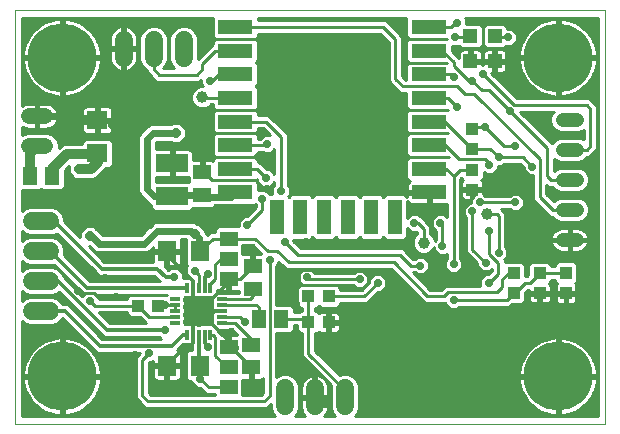
<source format=gtl>
G75*
%MOIN*%
%OFA0B0*%
%FSLAX25Y25*%
%IPPOS*%
%LPD*%
%AMOC8*
5,1,8,0,0,1.08239X$1,22.5*
%
%ADD10C,0.00000*%
%ADD11R,0.07087X0.06299*%
%ADD12R,0.05906X0.05118*%
%ADD13R,0.06299X0.07087*%
%ADD14R,0.04331X0.03937*%
%ADD15R,0.03937X0.04331*%
%ADD16R,0.10630X0.06299*%
%ADD17R,0.05118X0.05906*%
%ADD18R,0.04724X0.04724*%
%ADD19C,0.04800*%
%ADD20C,0.06000*%
%ADD21R,0.11811X0.04724*%
%ADD22R,0.04724X0.11811*%
%ADD23R,0.01200X0.03200*%
%ADD24R,0.03200X0.01200*%
%ADD25R,0.10200X0.10200*%
%ADD26C,0.05400*%
%ADD27C,0.23000*%
%ADD28C,0.03937*%
%ADD29OC8,0.02381*%
%ADD30C,0.01000*%
%ADD31C,0.01200*%
%ADD32OC8,0.02775*%
%ADD33C,0.02400*%
%ADD34OC8,0.03169*%
%ADD35C,0.03200*%
D10*
X0007000Y0020587D02*
X0007000Y0158383D01*
X0203850Y0158383D01*
X0203850Y0020587D01*
X0007000Y0020587D01*
D11*
X0034500Y0110701D03*
X0034500Y0121724D03*
D12*
X0069500Y0104328D03*
X0069500Y0096847D03*
X0078250Y0082280D03*
X0078250Y0075587D03*
X0078250Y0068894D03*
X0086375Y0065597D03*
X0086375Y0073078D03*
X0085750Y0046828D03*
X0085750Y0039347D03*
X0078250Y0039337D03*
X0078250Y0032644D03*
X0078250Y0046030D03*
D13*
X0068762Y0039962D03*
X0057738Y0039962D03*
X0057738Y0078087D03*
X0068762Y0078087D03*
D14*
X0104904Y0054337D03*
X0111596Y0054337D03*
X0159500Y0098491D03*
X0159500Y0105184D03*
X0159500Y0112241D03*
X0159500Y0118934D03*
X0173250Y0070809D03*
X0173250Y0064116D03*
X0182000Y0064116D03*
X0182000Y0070809D03*
D15*
X0190750Y0070809D03*
X0190750Y0064116D03*
X0111596Y0063087D03*
X0104904Y0063087D03*
X0054721Y0059962D03*
X0048029Y0059962D03*
D16*
X0059500Y0096326D03*
X0059500Y0107349D03*
D17*
X0019490Y0103087D03*
X0012010Y0103087D03*
X0088260Y0055587D03*
X0095740Y0055587D03*
D18*
X0158875Y0141454D03*
X0167000Y0141454D03*
X0167000Y0149721D03*
X0158875Y0149721D03*
D19*
X0189600Y0121837D02*
X0194400Y0121837D01*
X0194400Y0111837D02*
X0189600Y0111837D01*
X0189600Y0101837D02*
X0194400Y0101837D01*
X0194400Y0091837D02*
X0189600Y0091837D01*
X0189600Y0081837D02*
X0194400Y0081837D01*
D20*
X0117000Y0032337D02*
X0117000Y0026337D01*
X0107000Y0026337D02*
X0107000Y0032337D01*
X0097000Y0032337D02*
X0097000Y0026337D01*
X0018750Y0058087D02*
X0012750Y0058087D01*
X0012750Y0068087D02*
X0018750Y0068087D01*
X0018750Y0078087D02*
X0012750Y0078087D01*
X0012750Y0088087D02*
X0018750Y0088087D01*
X0043250Y0142587D02*
X0043250Y0148587D01*
X0053250Y0148587D02*
X0053250Y0142587D01*
X0063250Y0142587D02*
X0063250Y0148587D01*
D21*
X0080573Y0144923D03*
X0080573Y0137049D03*
X0080573Y0129175D03*
X0080573Y0121301D03*
X0080573Y0113427D03*
X0080573Y0105553D03*
X0080573Y0097679D03*
X0080573Y0152797D03*
X0145140Y0152797D03*
X0145140Y0144923D03*
X0145140Y0137049D03*
X0145140Y0129175D03*
X0145140Y0121301D03*
X0145140Y0113427D03*
X0145140Y0105553D03*
X0145140Y0097679D03*
D22*
X0133722Y0089411D03*
X0125848Y0089411D03*
X0117974Y0089411D03*
X0110100Y0089411D03*
X0102226Y0089411D03*
X0094352Y0089411D03*
D23*
X0072150Y0065887D03*
X0070250Y0065887D03*
X0068250Y0065887D03*
X0066250Y0065887D03*
X0064350Y0065887D03*
X0064350Y0050287D03*
X0066250Y0050287D03*
X0068250Y0050287D03*
X0070250Y0050287D03*
X0072150Y0050287D03*
D24*
X0076050Y0054187D03*
X0076050Y0056087D03*
X0076050Y0058087D03*
X0076050Y0060087D03*
X0076050Y0061987D03*
X0060450Y0061987D03*
X0060450Y0060087D03*
X0060450Y0058087D03*
X0060450Y0056087D03*
X0060450Y0054187D03*
D25*
X0068250Y0058087D03*
D26*
X0017200Y0113087D02*
X0011800Y0113087D01*
X0011800Y0123087D02*
X0017200Y0123087D01*
D27*
X0022748Y0142635D03*
X0022748Y0036335D03*
X0188102Y0036335D03*
X0188102Y0142635D03*
D28*
X0164500Y0090587D03*
X0143250Y0080962D03*
X0069500Y0129337D03*
D29*
X0070975Y0124962D03*
X0072000Y0134962D03*
X0069075Y0145387D03*
X0071350Y0154487D03*
X0058025Y0154162D03*
X0049250Y0136937D03*
X0048925Y0127837D03*
X0039825Y0127512D03*
X0039500Y0120037D03*
X0044187Y0114337D03*
X0044187Y0111837D03*
X0044187Y0109337D03*
X0047312Y0109337D03*
X0047312Y0111837D03*
X0047312Y0114337D03*
X0041450Y0104437D03*
X0036250Y0097287D03*
X0039500Y0089337D03*
X0042000Y0089337D03*
X0044500Y0089337D03*
X0047000Y0089337D03*
X0047000Y0086837D03*
X0047000Y0084337D03*
X0044500Y0084337D03*
X0042000Y0084337D03*
X0039500Y0084337D03*
X0039500Y0086837D03*
X0042000Y0086837D03*
X0044500Y0086837D03*
X0049500Y0086837D03*
X0049500Y0084337D03*
X0052000Y0086837D03*
X0052000Y0089337D03*
X0049500Y0089337D03*
X0049575Y0093712D03*
X0056400Y0089812D03*
X0067000Y0071537D03*
X0067000Y0061837D03*
X0064500Y0061837D03*
X0064500Y0059337D03*
X0064500Y0056837D03*
X0064500Y0054337D03*
X0067000Y0054337D03*
X0069500Y0054337D03*
X0072000Y0054337D03*
X0072000Y0056837D03*
X0069500Y0056837D03*
X0067000Y0056837D03*
X0067000Y0059337D03*
X0069500Y0059337D03*
X0072000Y0059337D03*
X0072000Y0061837D03*
X0069500Y0061837D03*
X0057000Y0060087D03*
X0041775Y0055687D03*
X0040800Y0062837D03*
X0037225Y0069012D03*
X0032025Y0061537D03*
X0028125Y0064787D03*
X0023575Y0061537D03*
X0024550Y0051137D03*
X0011550Y0050812D03*
X0036575Y0042037D03*
X0045025Y0033912D03*
X0046975Y0043337D03*
X0051650Y0043987D03*
X0057050Y0024812D03*
X0069400Y0024812D03*
X0083700Y0024812D03*
X0101950Y0037112D03*
X0110675Y0027087D03*
X0123675Y0025462D03*
X0139925Y0025462D03*
X0155850Y0025462D03*
X0166250Y0028387D03*
X0168525Y0037487D03*
X0165275Y0047887D03*
X0174700Y0048537D03*
X0180550Y0050812D03*
X0180875Y0056012D03*
X0191275Y0058287D03*
X0196475Y0067062D03*
X0186400Y0076487D03*
X0175025Y0075837D03*
X0168250Y0077462D03*
X0163975Y0074212D03*
X0165125Y0067462D03*
X0153250Y0061837D03*
X0149350Y0059587D03*
X0141225Y0061912D03*
X0146100Y0069337D03*
X0142200Y0073237D03*
X0140900Y0076487D03*
X0149500Y0079837D03*
X0153250Y0073712D03*
X0165125Y0084962D03*
X0159550Y0091412D03*
X0162000Y0094337D03*
X0173875Y0094337D03*
X0174050Y0088512D03*
X0183475Y0088187D03*
X0185425Y0098262D03*
X0177300Y0101837D03*
X0179500Y0106212D03*
X0188025Y0107037D03*
X0185425Y0117112D03*
X0173875Y0113087D03*
X0168250Y0109337D03*
X0165125Y0106837D03*
X0163875Y0119337D03*
X0172000Y0124962D03*
X0175025Y0131737D03*
X0163000Y0137262D03*
X0159500Y0134962D03*
X0153250Y0136212D03*
X0154500Y0126212D03*
X0137325Y0140837D03*
X0137000Y0148962D03*
X0128875Y0139537D03*
X0130500Y0133687D03*
X0135700Y0129137D03*
X0135375Y0121987D03*
X0135375Y0113537D03*
X0128225Y0107362D03*
X0134400Y0106387D03*
X0121400Y0107362D03*
X0113600Y0107362D03*
X0106450Y0107362D03*
X0099625Y0107687D03*
X0099300Y0115162D03*
X0097025Y0121012D03*
X0089875Y0117762D03*
X0091175Y0113862D03*
X0087925Y0109312D03*
X0090750Y0102462D03*
X0091175Y0098912D03*
X0089500Y0095587D03*
X0095750Y0098087D03*
X0084500Y0086837D03*
X0080775Y0091112D03*
X0097010Y0081203D03*
X0104175Y0081037D03*
X0104500Y0069337D03*
X0098000Y0070037D03*
X0091975Y0074987D03*
X0100600Y0060562D03*
X0108400Y0058612D03*
X0108050Y0049187D03*
X0101025Y0049212D03*
X0083600Y0054612D03*
X0118150Y0065812D03*
X0122000Y0068712D03*
X0127950Y0067462D03*
X0139600Y0051787D03*
X0153575Y0052112D03*
X0148875Y0087462D03*
X0140125Y0087462D03*
X0089875Y0126212D03*
X0089875Y0140837D03*
X0089550Y0148962D03*
X0103200Y0149612D03*
X0115225Y0149287D03*
X0125625Y0148962D03*
X0153875Y0149337D03*
X0154550Y0154155D03*
X0163000Y0154812D03*
X0171375Y0149337D03*
X0176000Y0154162D03*
X0199400Y0153512D03*
X0200050Y0130112D03*
X0195825Y0116787D03*
X0199725Y0108337D03*
X0199400Y0096962D03*
X0199400Y0087212D03*
X0198750Y0025462D03*
X0071675Y0113537D03*
X0058350Y0128162D03*
X0037225Y0136287D03*
X0035925Y0153837D03*
X0011550Y0153187D03*
X0011225Y0094687D03*
X0020650Y0094037D03*
X0026500Y0094612D03*
X0028125Y0084612D03*
X0036900Y0076487D03*
X0027475Y0074212D03*
X0033975Y0024487D03*
X0011550Y0025137D03*
D30*
X0009500Y0025580D02*
X0015445Y0025580D01*
X0014995Y0025881D02*
X0016057Y0025172D01*
X0017183Y0024569D01*
X0018363Y0024081D01*
X0019585Y0023710D01*
X0020838Y0023461D01*
X0022109Y0023335D01*
X0022248Y0023335D01*
X0022248Y0035835D01*
X0023248Y0035835D01*
X0023248Y0023335D01*
X0023387Y0023335D01*
X0024658Y0023461D01*
X0025911Y0023710D01*
X0027133Y0024081D01*
X0028313Y0024569D01*
X0029439Y0025172D01*
X0030501Y0025881D01*
X0031489Y0026691D01*
X0032392Y0027595D01*
X0033202Y0028582D01*
X0033912Y0029644D01*
X0034514Y0030771D01*
X0035003Y0031951D01*
X0035374Y0033173D01*
X0035623Y0034426D01*
X0035748Y0035697D01*
X0035748Y0035835D01*
X0023248Y0035835D01*
X0023248Y0036835D01*
X0035748Y0036835D01*
X0035748Y0036974D01*
X0035623Y0038245D01*
X0035374Y0039498D01*
X0035003Y0040720D01*
X0034514Y0041900D01*
X0033912Y0043027D01*
X0033202Y0044089D01*
X0032392Y0045076D01*
X0031489Y0045979D01*
X0030501Y0046790D01*
X0029439Y0047499D01*
X0028313Y0048101D01*
X0027133Y0048590D01*
X0025911Y0048961D01*
X0024658Y0049210D01*
X0023387Y0049335D01*
X0023248Y0049335D01*
X0023248Y0036835D01*
X0022248Y0036835D01*
X0022248Y0035835D01*
X0009748Y0035835D01*
X0009748Y0035697D01*
X0009873Y0034426D01*
X0010122Y0033173D01*
X0010493Y0031951D01*
X0010982Y0030771D01*
X0011584Y0029644D01*
X0012294Y0028582D01*
X0013104Y0027595D01*
X0014007Y0026691D01*
X0014995Y0025881D01*
X0014145Y0026578D02*
X0009500Y0026578D01*
X0009500Y0027577D02*
X0013122Y0027577D01*
X0012299Y0028575D02*
X0009500Y0028575D01*
X0009500Y0029574D02*
X0011631Y0029574D01*
X0011088Y0030573D02*
X0009500Y0030573D01*
X0009500Y0031571D02*
X0010650Y0031571D01*
X0010305Y0032570D02*
X0009500Y0032570D01*
X0009500Y0033568D02*
X0010044Y0033568D01*
X0009859Y0034567D02*
X0009500Y0034567D01*
X0009500Y0035565D02*
X0009761Y0035565D01*
X0009500Y0036564D02*
X0022248Y0036564D01*
X0022248Y0036835D02*
X0009748Y0036835D01*
X0009748Y0036974D01*
X0009873Y0038245D01*
X0010122Y0039498D01*
X0010493Y0040720D01*
X0010982Y0041900D01*
X0011584Y0043027D01*
X0012294Y0044089D01*
X0013104Y0045076D01*
X0014007Y0045979D01*
X0014995Y0046790D01*
X0016057Y0047499D01*
X0017183Y0048101D01*
X0018363Y0048590D01*
X0019585Y0048961D01*
X0020838Y0049210D01*
X0022109Y0049335D01*
X0022248Y0049335D01*
X0022248Y0036835D01*
X0022248Y0037562D02*
X0023248Y0037562D01*
X0023248Y0036564D02*
X0047300Y0036564D01*
X0047300Y0037562D02*
X0035690Y0037562D01*
X0035560Y0038561D02*
X0047300Y0038561D01*
X0047300Y0039559D02*
X0035355Y0039559D01*
X0035052Y0040558D02*
X0047300Y0040558D01*
X0047300Y0041556D02*
X0034657Y0041556D01*
X0034164Y0042555D02*
X0047300Y0042555D01*
X0047300Y0042749D02*
X0047300Y0029051D01*
X0048589Y0027762D01*
X0050464Y0025887D01*
X0091036Y0025887D01*
X0092300Y0027151D01*
X0092300Y0025402D01*
X0093016Y0023675D01*
X0093603Y0023087D01*
X0009500Y0023087D01*
X0009500Y0054691D01*
X0010088Y0054103D01*
X0011815Y0053387D01*
X0019685Y0053387D01*
X0021412Y0054103D01*
X0022734Y0055425D01*
X0022866Y0055743D01*
X0032975Y0045635D01*
X0034322Y0044287D01*
X0048759Y0044287D01*
X0048759Y0044208D01*
X0047300Y0042749D01*
X0048104Y0043553D02*
X0033560Y0043553D01*
X0034058Y0044552D02*
X0032822Y0044552D01*
X0033060Y0045550D02*
X0031918Y0045550D01*
X0032061Y0046549D02*
X0030795Y0046549D01*
X0031062Y0047547D02*
X0029350Y0047547D01*
X0030064Y0048546D02*
X0027240Y0048546D01*
X0029065Y0049544D02*
X0009500Y0049544D01*
X0009500Y0048546D02*
X0018256Y0048546D01*
X0016146Y0047547D02*
X0009500Y0047547D01*
X0009500Y0046549D02*
X0014701Y0046549D01*
X0013578Y0045550D02*
X0009500Y0045550D01*
X0009500Y0044552D02*
X0012674Y0044552D01*
X0011936Y0043553D02*
X0009500Y0043553D01*
X0009500Y0042555D02*
X0011332Y0042555D01*
X0010839Y0041556D02*
X0009500Y0041556D01*
X0009500Y0040558D02*
X0010444Y0040558D01*
X0010141Y0039559D02*
X0009500Y0039559D01*
X0009500Y0038561D02*
X0009936Y0038561D01*
X0009806Y0037562D02*
X0009500Y0037562D01*
X0022248Y0038561D02*
X0023248Y0038561D01*
X0023248Y0039559D02*
X0022248Y0039559D01*
X0022248Y0040558D02*
X0023248Y0040558D01*
X0023248Y0041556D02*
X0022248Y0041556D01*
X0022248Y0042555D02*
X0023248Y0042555D01*
X0023248Y0043553D02*
X0022248Y0043553D01*
X0022248Y0044552D02*
X0023248Y0044552D01*
X0023248Y0045550D02*
X0022248Y0045550D01*
X0022248Y0046549D02*
X0023248Y0046549D01*
X0023248Y0047547D02*
X0022248Y0047547D01*
X0022248Y0048546D02*
X0023248Y0048546D01*
X0027068Y0051541D02*
X0009500Y0051541D01*
X0009500Y0050543D02*
X0028067Y0050543D01*
X0026070Y0052540D02*
X0009500Y0052540D01*
X0009500Y0053538D02*
X0011451Y0053538D01*
X0009654Y0054537D02*
X0009500Y0054537D01*
X0009500Y0061484D02*
X0009500Y0064691D01*
X0010088Y0064103D01*
X0011815Y0063387D01*
X0019685Y0063387D01*
X0021412Y0064103D01*
X0021760Y0064450D01*
X0035325Y0050885D01*
X0036672Y0049537D01*
X0054934Y0049537D01*
X0055584Y0048887D01*
X0036228Y0048887D01*
X0024728Y0060387D01*
X0022885Y0060387D01*
X0022734Y0060750D01*
X0021412Y0062072D01*
X0019685Y0062787D01*
X0011815Y0062787D01*
X0010088Y0062072D01*
X0009500Y0061484D01*
X0009500Y0061526D02*
X0009542Y0061526D01*
X0009500Y0062525D02*
X0011181Y0062525D01*
X0011487Y0063523D02*
X0009500Y0063523D01*
X0009500Y0064522D02*
X0009669Y0064522D01*
X0009500Y0071484D02*
X0009500Y0074691D01*
X0010088Y0074103D01*
X0011815Y0073387D01*
X0019685Y0073387D01*
X0020136Y0073574D01*
X0030055Y0063655D01*
X0029557Y0063158D01*
X0023278Y0069437D01*
X0022734Y0070750D01*
X0021412Y0072072D01*
X0019685Y0072787D01*
X0011815Y0072787D01*
X0010088Y0072072D01*
X0009500Y0071484D01*
X0009500Y0071511D02*
X0009527Y0071511D01*
X0009500Y0072510D02*
X0011145Y0072510D01*
X0011523Y0073509D02*
X0009500Y0073509D01*
X0009500Y0074507D02*
X0009684Y0074507D01*
X0009500Y0081484D02*
X0009500Y0084691D01*
X0010088Y0084103D01*
X0011815Y0083387D01*
X0019685Y0083387D01*
X0021020Y0083940D01*
X0033625Y0071335D01*
X0033625Y0071310D01*
X0034972Y0069962D01*
X0053497Y0069962D01*
X0055272Y0068187D01*
X0032028Y0068187D01*
X0023337Y0076879D01*
X0023450Y0077152D01*
X0023450Y0079022D01*
X0022734Y0080750D01*
X0021412Y0082072D01*
X0019685Y0082787D01*
X0011815Y0082787D01*
X0010088Y0082072D01*
X0009500Y0081484D01*
X0009500Y0081497D02*
X0009512Y0081497D01*
X0009500Y0082495D02*
X0011109Y0082495D01*
X0011559Y0083494D02*
X0009500Y0083494D01*
X0009500Y0084492D02*
X0009698Y0084492D01*
X0009500Y0091484D02*
X0009500Y0098435D01*
X0015273Y0098435D01*
X0015750Y0098912D01*
X0016227Y0098435D01*
X0022753Y0098435D01*
X0023749Y0099430D01*
X0023749Y0105170D01*
X0024966Y0106386D01*
X0024966Y0106282D01*
X0024950Y0106244D01*
X0024950Y0104931D01*
X0024966Y0104893D01*
X0024966Y0104227D01*
X0025437Y0103756D01*
X0025452Y0103718D01*
X0026381Y0102790D01*
X0026419Y0102774D01*
X0026890Y0102303D01*
X0027556Y0102303D01*
X0027594Y0102287D01*
X0033181Y0102287D01*
X0034394Y0102790D01*
X0036494Y0104890D01*
X0037423Y0105818D01*
X0037436Y0105851D01*
X0038747Y0105851D01*
X0039743Y0106847D01*
X0039743Y0114554D01*
X0038747Y0115550D01*
X0030253Y0115550D01*
X0029257Y0114554D01*
X0029257Y0113887D01*
X0023844Y0113887D01*
X0022631Y0113385D01*
X0021702Y0112457D01*
X0021600Y0112354D01*
X0021600Y0113963D01*
X0020930Y0115580D01*
X0019692Y0116818D01*
X0018075Y0117487D01*
X0010925Y0117487D01*
X0009500Y0116897D01*
X0009500Y0119567D01*
X0009599Y0119495D01*
X0010188Y0119195D01*
X0010816Y0118991D01*
X0011469Y0118887D01*
X0014100Y0118887D01*
X0014100Y0122687D01*
X0014900Y0122687D01*
X0014900Y0118887D01*
X0017531Y0118887D01*
X0018184Y0118991D01*
X0018812Y0119195D01*
X0019401Y0119495D01*
X0019936Y0119884D01*
X0020404Y0120351D01*
X0020792Y0120886D01*
X0021092Y0121475D01*
X0021297Y0122104D01*
X0021389Y0122687D01*
X0014900Y0122687D01*
X0014900Y0123487D01*
X0021389Y0123487D01*
X0021297Y0124071D01*
X0021092Y0124700D01*
X0020792Y0125289D01*
X0020404Y0125824D01*
X0019936Y0126291D01*
X0019401Y0126680D01*
X0018812Y0126980D01*
X0018184Y0127184D01*
X0017531Y0127287D01*
X0014900Y0127287D01*
X0014900Y0123487D01*
X0014100Y0123487D01*
X0014100Y0127287D01*
X0011469Y0127287D01*
X0010816Y0127184D01*
X0010188Y0126980D01*
X0009599Y0126680D01*
X0009500Y0126608D01*
X0009500Y0155883D01*
X0072987Y0155883D01*
X0072967Y0155863D01*
X0072967Y0149731D01*
X0073838Y0148860D01*
X0072967Y0147989D01*
X0072967Y0147123D01*
X0072924Y0147123D01*
X0071636Y0145834D01*
X0068589Y0142787D01*
X0068589Y0142787D01*
X0067950Y0142149D01*
X0067950Y0149522D01*
X0067234Y0151250D01*
X0065912Y0152572D01*
X0064185Y0153287D01*
X0062315Y0153287D01*
X0060588Y0152572D01*
X0059266Y0151250D01*
X0058550Y0149522D01*
X0058550Y0141652D01*
X0059266Y0139925D01*
X0060153Y0139037D01*
X0056347Y0139037D01*
X0057234Y0139925D01*
X0057950Y0141652D01*
X0057950Y0149522D01*
X0057234Y0151250D01*
X0055912Y0152572D01*
X0054185Y0153287D01*
X0052315Y0153287D01*
X0050588Y0152572D01*
X0049266Y0151250D01*
X0048550Y0149522D01*
X0048550Y0141652D01*
X0049266Y0139925D01*
X0050588Y0138603D01*
X0051050Y0138411D01*
X0051050Y0137801D01*
X0052339Y0136512D01*
X0054214Y0134637D01*
X0068536Y0134637D01*
X0069109Y0135211D01*
X0069109Y0133765D01*
X0069869Y0133006D01*
X0068770Y0133006D01*
X0067422Y0132447D01*
X0066390Y0131415D01*
X0065831Y0130067D01*
X0065831Y0128608D01*
X0066390Y0127259D01*
X0067422Y0126227D01*
X0068770Y0125669D01*
X0070230Y0125669D01*
X0071578Y0126227D01*
X0072326Y0126975D01*
X0072967Y0126975D01*
X0072967Y0126109D01*
X0073838Y0125238D01*
X0072967Y0124367D01*
X0072967Y0118235D01*
X0073838Y0117364D01*
X0072967Y0116493D01*
X0072967Y0110361D01*
X0073838Y0109490D01*
X0072967Y0108619D01*
X0072967Y0108302D01*
X0072650Y0108387D01*
X0070000Y0108387D01*
X0070000Y0104828D01*
X0069000Y0104828D01*
X0069000Y0108387D01*
X0066350Y0108387D01*
X0066315Y0108377D01*
X0066315Y0110696D01*
X0066213Y0111078D01*
X0066015Y0111420D01*
X0065736Y0111699D01*
X0065394Y0111897D01*
X0065012Y0111999D01*
X0060000Y0111999D01*
X0060000Y0107849D01*
X0059000Y0107849D01*
X0059000Y0111999D01*
X0053988Y0111999D01*
X0053975Y0111995D01*
X0053975Y0114386D01*
X0054151Y0114562D01*
X0059005Y0114562D01*
X0059390Y0114178D01*
X0062110Y0114178D01*
X0064034Y0116102D01*
X0064034Y0118823D01*
X0062110Y0120747D01*
X0059390Y0120747D01*
X0059005Y0120362D01*
X0052373Y0120362D01*
X0051307Y0119921D01*
X0050491Y0119105D01*
X0048616Y0117230D01*
X0048175Y0116164D01*
X0048175Y0098136D01*
X0048616Y0097070D01*
X0049432Y0096254D01*
X0051819Y0093867D01*
X0052485Y0093591D01*
X0052485Y0092472D01*
X0053481Y0091476D01*
X0065519Y0091476D01*
X0066515Y0092472D01*
X0066515Y0092588D01*
X0073157Y0092588D01*
X0073881Y0093312D01*
X0079683Y0093312D01*
X0080418Y0093617D01*
X0087183Y0093617D01*
X0087283Y0093717D01*
X0087300Y0093700D01*
X0087300Y0092749D01*
X0084279Y0089728D01*
X0083303Y0089728D01*
X0081609Y0088035D01*
X0081609Y0086539D01*
X0074593Y0086539D01*
X0073597Y0085544D01*
X0073597Y0084480D01*
X0072043Y0084480D01*
X0070990Y0083426D01*
X0070708Y0084105D01*
X0070284Y0084529D01*
X0070284Y0085073D01*
X0068360Y0086997D01*
X0067817Y0086997D01*
X0067393Y0087421D01*
X0066327Y0087862D01*
X0053923Y0087862D01*
X0052857Y0087421D01*
X0048924Y0083487D01*
X0036326Y0083487D01*
X0035083Y0084730D01*
X0034268Y0085546D01*
X0034128Y0085604D01*
X0033360Y0086372D01*
X0030640Y0086372D01*
X0028716Y0084448D01*
X0028716Y0082749D01*
X0023450Y0088015D01*
X0023450Y0089022D01*
X0022734Y0090750D01*
X0021412Y0092072D01*
X0019685Y0092787D01*
X0011815Y0092787D01*
X0010088Y0092072D01*
X0009500Y0091484D01*
X0009500Y0092480D02*
X0011074Y0092480D01*
X0009500Y0093479D02*
X0052485Y0093479D01*
X0052485Y0092480D02*
X0020426Y0092480D01*
X0022002Y0091482D02*
X0053475Y0091482D01*
X0051209Y0094477D02*
X0009500Y0094477D01*
X0009500Y0095476D02*
X0050210Y0095476D01*
X0049212Y0096474D02*
X0009500Y0096474D01*
X0009500Y0097473D02*
X0048450Y0097473D01*
X0048175Y0098471D02*
X0022790Y0098471D01*
X0023749Y0099470D02*
X0048175Y0099470D01*
X0048175Y0100468D02*
X0023749Y0100468D01*
X0023749Y0101467D02*
X0048175Y0101467D01*
X0048175Y0102465D02*
X0033611Y0102465D01*
X0035068Y0103464D02*
X0048175Y0103464D01*
X0048175Y0104462D02*
X0036067Y0104462D01*
X0037065Y0105461D02*
X0048175Y0105461D01*
X0048175Y0106459D02*
X0039356Y0106459D01*
X0039743Y0107458D02*
X0048175Y0107458D01*
X0048175Y0108456D02*
X0039743Y0108456D01*
X0039743Y0109455D02*
X0048175Y0109455D01*
X0048175Y0110453D02*
X0039743Y0110453D01*
X0039743Y0111452D02*
X0048175Y0111452D01*
X0048175Y0112450D02*
X0039743Y0112450D01*
X0039743Y0113449D02*
X0048175Y0113449D01*
X0048175Y0114447D02*
X0039743Y0114447D01*
X0038852Y0115446D02*
X0048175Y0115446D01*
X0048291Y0116444D02*
X0020065Y0116444D01*
X0020986Y0115446D02*
X0030148Y0115446D01*
X0029257Y0114447D02*
X0021399Y0114447D01*
X0021600Y0113449D02*
X0022785Y0113449D01*
X0021696Y0112450D02*
X0021600Y0112450D01*
X0018182Y0117443D02*
X0029967Y0117443D01*
X0030036Y0117374D02*
X0030378Y0117177D01*
X0030759Y0117075D01*
X0034000Y0117075D01*
X0034000Y0121224D01*
X0035000Y0121224D01*
X0035000Y0117075D01*
X0038241Y0117075D01*
X0038622Y0117177D01*
X0038964Y0117374D01*
X0039244Y0117654D01*
X0039441Y0117996D01*
X0039543Y0118377D01*
X0039543Y0121224D01*
X0035000Y0121224D01*
X0035000Y0122224D01*
X0039543Y0122224D01*
X0039543Y0125071D01*
X0039441Y0125453D01*
X0039244Y0125795D01*
X0038964Y0126074D01*
X0038622Y0126272D01*
X0038241Y0126374D01*
X0035000Y0126374D01*
X0035000Y0122224D01*
X0034000Y0122224D01*
X0034000Y0121224D01*
X0029457Y0121224D01*
X0029457Y0118377D01*
X0029559Y0117996D01*
X0029756Y0117654D01*
X0030036Y0117374D01*
X0029457Y0118442D02*
X0009500Y0118442D01*
X0009500Y0119440D02*
X0009707Y0119440D01*
X0009500Y0117443D02*
X0010818Y0117443D01*
X0014100Y0119440D02*
X0014900Y0119440D01*
X0014900Y0120439D02*
X0014100Y0120439D01*
X0014100Y0121437D02*
X0014900Y0121437D01*
X0014900Y0122436D02*
X0014100Y0122436D01*
X0014900Y0123434D02*
X0029457Y0123434D01*
X0029457Y0122436D02*
X0021349Y0122436D01*
X0021073Y0121437D02*
X0034000Y0121437D01*
X0034000Y0122224D02*
X0029457Y0122224D01*
X0029457Y0125071D01*
X0029559Y0125453D01*
X0029756Y0125795D01*
X0030036Y0126074D01*
X0030378Y0126272D01*
X0030759Y0126374D01*
X0034000Y0126374D01*
X0034000Y0122224D01*
X0034000Y0122436D02*
X0035000Y0122436D01*
X0035000Y0123434D02*
X0034000Y0123434D01*
X0034000Y0124433D02*
X0035000Y0124433D01*
X0035000Y0125431D02*
X0034000Y0125431D01*
X0035000Y0121437D02*
X0072967Y0121437D01*
X0072967Y0120439D02*
X0062418Y0120439D01*
X0063417Y0119440D02*
X0072967Y0119440D01*
X0072967Y0118442D02*
X0064034Y0118442D01*
X0064034Y0117443D02*
X0073759Y0117443D01*
X0073950Y0117437D02*
X0089550Y0117437D01*
X0089875Y0117762D01*
X0090410Y0118442D02*
X0088178Y0118442D01*
X0088178Y0118235D02*
X0088178Y0119101D01*
X0089750Y0119101D01*
X0092098Y0116753D01*
X0089978Y0116753D01*
X0088852Y0115627D01*
X0088178Y0115627D01*
X0088178Y0116493D01*
X0087308Y0117364D01*
X0088178Y0118235D01*
X0087387Y0117443D02*
X0091408Y0117443D01*
X0089669Y0116444D02*
X0088178Y0116444D01*
X0091175Y0113862D02*
X0090740Y0113427D01*
X0080573Y0113427D01*
X0081286Y0120587D02*
X0080573Y0121301D01*
X0090661Y0121301D01*
X0095750Y0116212D01*
X0095750Y0098087D01*
X0093550Y0099975D02*
X0092859Y0099285D01*
X0092859Y0097017D01*
X0092159Y0097017D01*
X0090697Y0098478D01*
X0088303Y0098478D01*
X0088178Y0098354D01*
X0088178Y0100745D01*
X0087308Y0101616D01*
X0087859Y0102168D01*
X0087859Y0101265D01*
X0089553Y0099572D01*
X0091947Y0099572D01*
X0093550Y0101175D01*
X0093550Y0099975D01*
X0093550Y0100468D02*
X0092844Y0100468D01*
X0093045Y0099470D02*
X0088178Y0099470D01*
X0088178Y0100468D02*
X0088656Y0100468D01*
X0087859Y0101467D02*
X0087457Y0101467D01*
X0087600Y0101837D02*
X0072650Y0101837D01*
X0069725Y0104762D01*
X0070000Y0105461D02*
X0069000Y0105461D01*
X0069000Y0106459D02*
X0070000Y0106459D01*
X0070000Y0107458D02*
X0069000Y0107458D01*
X0066315Y0108456D02*
X0072967Y0108456D01*
X0073625Y0109312D02*
X0087925Y0109312D01*
X0087343Y0109455D02*
X0093550Y0109455D01*
X0093550Y0110453D02*
X0088178Y0110453D01*
X0088178Y0110361D02*
X0088178Y0111227D01*
X0089723Y0111227D01*
X0089978Y0110972D01*
X0092372Y0110972D01*
X0093550Y0112150D01*
X0093550Y0103750D01*
X0091947Y0105353D01*
X0090971Y0105353D01*
X0088571Y0107753D01*
X0088178Y0107753D01*
X0088178Y0108619D01*
X0087308Y0109490D01*
X0088178Y0110361D01*
X0088178Y0108456D02*
X0093550Y0108456D01*
X0093550Y0107458D02*
X0088866Y0107458D01*
X0089864Y0106459D02*
X0093550Y0106459D01*
X0093550Y0105461D02*
X0090863Y0105461D01*
X0092838Y0104462D02*
X0093550Y0104462D01*
X0090750Y0102462D02*
X0087659Y0105553D01*
X0080573Y0105553D01*
X0073803Y0109455D02*
X0066315Y0109455D01*
X0066315Y0110453D02*
X0072967Y0110453D01*
X0072967Y0111452D02*
X0065983Y0111452D01*
X0062380Y0114447D02*
X0072967Y0114447D01*
X0072967Y0113449D02*
X0053975Y0113449D01*
X0053975Y0112450D02*
X0072967Y0112450D01*
X0072967Y0115446D02*
X0063378Y0115446D01*
X0064034Y0116444D02*
X0072967Y0116444D01*
X0072967Y0122436D02*
X0039543Y0122436D01*
X0039543Y0123434D02*
X0072967Y0123434D01*
X0073033Y0124433D02*
X0039543Y0124433D01*
X0039447Y0125431D02*
X0073645Y0125431D01*
X0073950Y0125237D02*
X0087925Y0125237D01*
X0087501Y0125431D02*
X0138212Y0125431D01*
X0138405Y0125238D02*
X0137534Y0124367D01*
X0137534Y0118235D01*
X0138405Y0117364D01*
X0137534Y0116493D01*
X0137534Y0110361D01*
X0138405Y0109490D01*
X0137534Y0108619D01*
X0137534Y0102487D01*
X0138530Y0101491D01*
X0138849Y0101491D01*
X0138655Y0101439D01*
X0138313Y0101241D01*
X0138034Y0100962D01*
X0137836Y0100620D01*
X0137734Y0100239D01*
X0137734Y0098179D01*
X0144640Y0098179D01*
X0144640Y0097179D01*
X0145640Y0097179D01*
X0145640Y0093817D01*
X0151050Y0093817D01*
X0151050Y0089375D01*
X0150072Y0090353D01*
X0147678Y0090353D01*
X0145984Y0088660D01*
X0145984Y0086265D01*
X0147300Y0084950D01*
X0147300Y0081725D01*
X0146918Y0081344D01*
X0146918Y0081692D01*
X0146360Y0083040D01*
X0145450Y0083950D01*
X0145450Y0086499D01*
X0144161Y0087787D01*
X0142286Y0089662D01*
X0142013Y0089662D01*
X0141322Y0090353D01*
X0138928Y0090353D01*
X0137785Y0089210D01*
X0137785Y0094931D01*
X0137836Y0094738D01*
X0138034Y0094396D01*
X0138313Y0094116D01*
X0138655Y0093919D01*
X0139037Y0093817D01*
X0144640Y0093817D01*
X0144640Y0097179D01*
X0137734Y0097179D01*
X0137734Y0096071D01*
X0136789Y0097017D01*
X0130656Y0097017D01*
X0129785Y0096146D01*
X0128915Y0097017D01*
X0122782Y0097017D01*
X0121911Y0096146D01*
X0121041Y0097017D01*
X0114908Y0097017D01*
X0114037Y0096146D01*
X0113167Y0097017D01*
X0107034Y0097017D01*
X0106163Y0096146D01*
X0105293Y0097017D01*
X0099160Y0097017D01*
X0098289Y0096146D01*
X0098093Y0096342D01*
X0098641Y0096890D01*
X0098641Y0099285D01*
X0097950Y0099975D01*
X0097950Y0117124D01*
X0092861Y0122212D01*
X0091573Y0123501D01*
X0088178Y0123501D01*
X0088178Y0124367D01*
X0087308Y0125238D01*
X0088178Y0126109D01*
X0088178Y0132241D01*
X0087308Y0133112D01*
X0088178Y0133983D01*
X0088178Y0140115D01*
X0087308Y0140986D01*
X0088178Y0141857D01*
X0088178Y0147989D01*
X0087308Y0148860D01*
X0088178Y0149731D01*
X0088178Y0150597D01*
X0128879Y0150597D01*
X0131675Y0147801D01*
X0131675Y0136499D01*
X0131675Y0134676D01*
X0135464Y0130887D01*
X0137534Y0130887D01*
X0137534Y0126109D01*
X0138405Y0125238D01*
X0137599Y0124433D02*
X0088113Y0124433D01*
X0088178Y0126430D02*
X0137534Y0126430D01*
X0137534Y0127428D02*
X0088178Y0127428D01*
X0088178Y0128427D02*
X0137534Y0128427D01*
X0137534Y0129425D02*
X0088178Y0129425D01*
X0088178Y0130424D02*
X0137534Y0130424D01*
X0134929Y0131422D02*
X0088178Y0131422D01*
X0087999Y0132421D02*
X0133930Y0132421D01*
X0132932Y0133419D02*
X0087615Y0133419D01*
X0088178Y0134418D02*
X0131933Y0134418D01*
X0131675Y0135416D02*
X0088178Y0135416D01*
X0088178Y0136415D02*
X0131675Y0136415D01*
X0131675Y0137413D02*
X0088178Y0137413D01*
X0088178Y0138412D02*
X0131675Y0138412D01*
X0131675Y0139410D02*
X0088178Y0139410D01*
X0087885Y0140409D02*
X0131675Y0140409D01*
X0131675Y0141407D02*
X0087729Y0141407D01*
X0088178Y0142406D02*
X0131675Y0142406D01*
X0131675Y0143404D02*
X0088178Y0143404D01*
X0088178Y0144403D02*
X0131675Y0144403D01*
X0131675Y0145401D02*
X0088178Y0145401D01*
X0088178Y0146400D02*
X0131675Y0146400D01*
X0131675Y0147398D02*
X0088178Y0147398D01*
X0087771Y0148397D02*
X0131079Y0148397D01*
X0130081Y0149395D02*
X0087843Y0149395D01*
X0087925Y0148962D02*
X0073950Y0148962D01*
X0073303Y0149395D02*
X0067950Y0149395D01*
X0067950Y0148397D02*
X0073375Y0148397D01*
X0072967Y0147398D02*
X0067950Y0147398D01*
X0067950Y0146400D02*
X0072201Y0146400D01*
X0071203Y0145401D02*
X0067950Y0145401D01*
X0067950Y0144403D02*
X0070204Y0144403D01*
X0069206Y0143404D02*
X0067950Y0143404D01*
X0067950Y0142406D02*
X0068207Y0142406D01*
X0069500Y0140587D02*
X0073836Y0144923D01*
X0080573Y0144923D01*
X0088178Y0150394D02*
X0129082Y0150394D01*
X0129790Y0152797D02*
X0133875Y0148712D01*
X0133875Y0135587D01*
X0136375Y0133087D01*
X0154500Y0133087D01*
X0157000Y0130587D01*
X0160125Y0130587D01*
X0182000Y0108712D01*
X0182000Y0096212D01*
X0186375Y0091837D01*
X0192000Y0091837D01*
X0188784Y0087737D02*
X0195216Y0087737D01*
X0196722Y0088362D01*
X0197876Y0089515D01*
X0198500Y0091022D01*
X0198500Y0092653D01*
X0197876Y0094160D01*
X0196722Y0095313D01*
X0195216Y0095937D01*
X0188784Y0095937D01*
X0187278Y0095313D01*
X0186644Y0094680D01*
X0184200Y0097124D01*
X0184200Y0100276D01*
X0184839Y0099637D01*
X0186073Y0099637D01*
X0186124Y0099515D01*
X0187278Y0098362D01*
X0188784Y0097737D01*
X0195216Y0097737D01*
X0196722Y0098362D01*
X0197876Y0099515D01*
X0198500Y0101022D01*
X0198500Y0102653D01*
X0197876Y0104160D01*
X0196722Y0105313D01*
X0195216Y0105937D01*
X0188784Y0105937D01*
X0187278Y0105313D01*
X0186700Y0104736D01*
X0186700Y0108939D01*
X0187278Y0108362D01*
X0188784Y0107737D01*
X0195216Y0107737D01*
X0196722Y0108362D01*
X0197876Y0109515D01*
X0197927Y0109637D01*
X0198536Y0109637D01*
X0199825Y0110926D01*
X0201075Y0112176D01*
X0201075Y0126499D01*
X0199786Y0127787D01*
X0198536Y0129037D01*
X0174336Y0129037D01*
X0165891Y0137483D01*
X0165891Y0137591D01*
X0166500Y0137591D01*
X0166500Y0140953D01*
X0167500Y0140953D01*
X0167500Y0137591D01*
X0169560Y0137591D01*
X0169941Y0137694D01*
X0170283Y0137891D01*
X0170562Y0138170D01*
X0170760Y0138512D01*
X0170862Y0138894D01*
X0170862Y0140954D01*
X0167500Y0140954D01*
X0167500Y0141954D01*
X0166500Y0141954D01*
X0166500Y0145316D01*
X0164440Y0145316D01*
X0164059Y0145214D01*
X0163717Y0145016D01*
X0163438Y0144737D01*
X0163240Y0144395D01*
X0163138Y0144013D01*
X0163138Y0141954D01*
X0166500Y0141954D01*
X0166500Y0140954D01*
X0163138Y0140954D01*
X0163138Y0140153D01*
X0162737Y0140153D01*
X0162737Y0140954D01*
X0159375Y0140954D01*
X0159375Y0141954D01*
X0158375Y0141954D01*
X0158375Y0145316D01*
X0156315Y0145316D01*
X0155934Y0145214D01*
X0155592Y0145016D01*
X0155313Y0144737D01*
X0155115Y0144395D01*
X0155013Y0144013D01*
X0155013Y0142561D01*
X0152745Y0144828D01*
X0152745Y0146447D01*
X0155021Y0146447D01*
X0155809Y0145659D01*
X0161941Y0145659D01*
X0162937Y0146655D01*
X0162937Y0152788D01*
X0161941Y0153783D01*
X0157441Y0153783D01*
X0157441Y0155353D01*
X0156910Y0155883D01*
X0201350Y0155883D01*
X0201350Y0023087D01*
X0120397Y0023087D01*
X0120984Y0023675D01*
X0121700Y0025402D01*
X0121700Y0033272D01*
X0120984Y0035000D01*
X0119662Y0036322D01*
X0117935Y0037037D01*
X0116065Y0037037D01*
X0115249Y0036699D01*
X0107104Y0044845D01*
X0107104Y0050669D01*
X0107773Y0050669D01*
X0108391Y0051287D01*
X0108510Y0051169D01*
X0108852Y0050971D01*
X0109234Y0050869D01*
X0111112Y0050869D01*
X0111112Y0053853D01*
X0112081Y0053853D01*
X0112081Y0054822D01*
X0111112Y0054822D01*
X0111112Y0057806D01*
X0109234Y0057806D01*
X0108852Y0057704D01*
X0108510Y0057506D01*
X0108391Y0057388D01*
X0107773Y0058006D01*
X0107104Y0058006D01*
X0107104Y0059222D01*
X0107576Y0059222D01*
X0108250Y0059896D01*
X0108924Y0059222D01*
X0114269Y0059222D01*
X0115265Y0060218D01*
X0115265Y0060887D01*
X0124486Y0060887D01*
X0125775Y0062176D01*
X0125775Y0062176D01*
X0128171Y0064572D01*
X0129147Y0064572D01*
X0130841Y0066265D01*
X0130841Y0068660D01*
X0129147Y0070353D01*
X0126753Y0070353D01*
X0125059Y0068660D01*
X0125059Y0067683D01*
X0122664Y0065287D01*
X0115265Y0065287D01*
X0115265Y0065957D01*
X0114709Y0066512D01*
X0120112Y0066512D01*
X0120803Y0065822D01*
X0123197Y0065822D01*
X0124891Y0067515D01*
X0124891Y0069910D01*
X0123197Y0071603D01*
X0120803Y0071603D01*
X0120112Y0070912D01*
X0107013Y0070912D01*
X0105788Y0072137D01*
X0132339Y0072137D01*
X0143589Y0060887D01*
X0145411Y0060887D01*
X0150359Y0060887D01*
X0150359Y0060640D01*
X0152053Y0058947D01*
X0154447Y0058947D01*
X0155138Y0059637D01*
X0171883Y0059637D01*
X0172693Y0060447D01*
X0176120Y0060447D01*
X0177115Y0061443D01*
X0177115Y0064466D01*
X0177911Y0065262D01*
X0178335Y0065262D01*
X0178335Y0064600D01*
X0181516Y0064600D01*
X0181516Y0063632D01*
X0182484Y0063632D01*
X0182484Y0064600D01*
X0185665Y0064600D01*
X0185665Y0066282D01*
X0185563Y0066663D01*
X0185366Y0067005D01*
X0185086Y0067285D01*
X0185040Y0067311D01*
X0185865Y0068136D01*
X0185865Y0068609D01*
X0187081Y0068609D01*
X0187081Y0067939D01*
X0187700Y0067321D01*
X0187581Y0067202D01*
X0187384Y0066860D01*
X0187281Y0066479D01*
X0187281Y0064600D01*
X0190266Y0064600D01*
X0190266Y0063632D01*
X0191234Y0063632D01*
X0191234Y0064600D01*
X0194218Y0064600D01*
X0194218Y0066479D01*
X0194116Y0066860D01*
X0193919Y0067202D01*
X0193800Y0067321D01*
X0194418Y0067939D01*
X0194418Y0073678D01*
X0193423Y0074674D01*
X0188077Y0074674D01*
X0187081Y0073678D01*
X0187081Y0073009D01*
X0185865Y0073009D01*
X0185865Y0073482D01*
X0184870Y0074477D01*
X0179130Y0074477D01*
X0178135Y0073482D01*
X0178135Y0070055D01*
X0177742Y0069662D01*
X0177115Y0069662D01*
X0177115Y0073482D01*
X0176120Y0074477D01*
X0170400Y0074477D01*
X0170400Y0075124D01*
X0170200Y0075324D01*
X0171141Y0076265D01*
X0171141Y0078660D01*
X0170450Y0079350D01*
X0170450Y0090874D01*
X0169825Y0091499D01*
X0169186Y0092137D01*
X0171987Y0092137D01*
X0172678Y0091447D01*
X0175072Y0091447D01*
X0176766Y0093140D01*
X0176766Y0095535D01*
X0175072Y0097228D01*
X0172678Y0097228D01*
X0171987Y0096537D01*
X0163888Y0096537D01*
X0163197Y0097228D01*
X0163165Y0097228D01*
X0163165Y0098007D01*
X0159984Y0098007D01*
X0159984Y0098975D01*
X0163165Y0098975D01*
X0163165Y0100657D01*
X0163063Y0101038D01*
X0162866Y0101380D01*
X0162586Y0101660D01*
X0162540Y0101686D01*
X0163365Y0102511D01*
X0163365Y0104509D01*
X0163928Y0103947D01*
X0166322Y0103947D01*
X0168016Y0105640D01*
X0168016Y0106447D01*
X0169447Y0106447D01*
X0170138Y0107137D01*
X0175464Y0107137D01*
X0176609Y0105992D01*
X0176609Y0105015D01*
X0178303Y0103322D01*
X0179800Y0103322D01*
X0179800Y0095301D01*
X0184175Y0090926D01*
X0185464Y0089637D01*
X0186073Y0089637D01*
X0186124Y0089515D01*
X0187278Y0088362D01*
X0188784Y0087737D01*
X0187153Y0088486D02*
X0170450Y0088486D01*
X0170450Y0087488D02*
X0201350Y0087488D01*
X0201350Y0088486D02*
X0196847Y0088486D01*
X0197846Y0089485D02*
X0201350Y0089485D01*
X0201350Y0090483D02*
X0198277Y0090483D01*
X0198500Y0091482D02*
X0201350Y0091482D01*
X0201350Y0092480D02*
X0198500Y0092480D01*
X0198158Y0093479D02*
X0201350Y0093479D01*
X0201350Y0094477D02*
X0197558Y0094477D01*
X0196330Y0095476D02*
X0201350Y0095476D01*
X0201350Y0096474D02*
X0184849Y0096474D01*
X0184200Y0097473D02*
X0201350Y0097473D01*
X0201350Y0098471D02*
X0196832Y0098471D01*
X0197831Y0099470D02*
X0201350Y0099470D01*
X0201350Y0100468D02*
X0198271Y0100468D01*
X0198500Y0101467D02*
X0201350Y0101467D01*
X0201350Y0102465D02*
X0198500Y0102465D01*
X0198164Y0103464D02*
X0201350Y0103464D01*
X0201350Y0104462D02*
X0197573Y0104462D01*
X0196366Y0105461D02*
X0201350Y0105461D01*
X0201350Y0106459D02*
X0186700Y0106459D01*
X0186700Y0105461D02*
X0187634Y0105461D01*
X0186700Y0107458D02*
X0201350Y0107458D01*
X0201350Y0108456D02*
X0196817Y0108456D01*
X0197816Y0109455D02*
X0201350Y0109455D01*
X0201350Y0110453D02*
X0199352Y0110453D01*
X0200351Y0111452D02*
X0201350Y0111452D01*
X0201350Y0112450D02*
X0201075Y0112450D01*
X0201075Y0113449D02*
X0201350Y0113449D01*
X0201350Y0114447D02*
X0201075Y0114447D01*
X0201075Y0115446D02*
X0201350Y0115446D01*
X0201350Y0116444D02*
X0201075Y0116444D01*
X0201075Y0117443D02*
X0201350Y0117443D01*
X0201350Y0118442D02*
X0201075Y0118442D01*
X0201075Y0119440D02*
X0201350Y0119440D01*
X0201350Y0120439D02*
X0201075Y0120439D01*
X0201075Y0121437D02*
X0201350Y0121437D01*
X0201350Y0122436D02*
X0201075Y0122436D01*
X0201075Y0123434D02*
X0201350Y0123434D01*
X0201350Y0124433D02*
X0201075Y0124433D01*
X0201075Y0125431D02*
X0201350Y0125431D01*
X0201350Y0126430D02*
X0201075Y0126430D01*
X0201350Y0127428D02*
X0200146Y0127428D01*
X0199147Y0128427D02*
X0201350Y0128427D01*
X0201350Y0129425D02*
X0173949Y0129425D01*
X0172950Y0130424D02*
X0183612Y0130424D01*
X0183718Y0130380D02*
X0184940Y0130009D01*
X0186193Y0129760D01*
X0187464Y0129635D01*
X0187602Y0129635D01*
X0187602Y0142135D01*
X0175102Y0142135D01*
X0175102Y0141996D01*
X0175228Y0140725D01*
X0175477Y0139472D01*
X0175848Y0138250D01*
X0176336Y0137070D01*
X0176938Y0135943D01*
X0177648Y0134881D01*
X0178458Y0133894D01*
X0179362Y0132991D01*
X0180349Y0132180D01*
X0181411Y0131471D01*
X0182537Y0130869D01*
X0183718Y0130380D01*
X0181502Y0131422D02*
X0171952Y0131422D01*
X0170953Y0132421D02*
X0180056Y0132421D01*
X0178933Y0133419D02*
X0169954Y0133419D01*
X0168956Y0134418D02*
X0178028Y0134418D01*
X0177291Y0135416D02*
X0167957Y0135416D01*
X0166959Y0136415D02*
X0176686Y0136415D01*
X0176194Y0137413D02*
X0165960Y0137413D01*
X0166500Y0138412D02*
X0167500Y0138412D01*
X0167500Y0139410D02*
X0166500Y0139410D01*
X0166500Y0140409D02*
X0167500Y0140409D01*
X0167500Y0141407D02*
X0175160Y0141407D01*
X0175290Y0140409D02*
X0170862Y0140409D01*
X0170862Y0139410D02*
X0175495Y0139410D01*
X0175798Y0138412D02*
X0170702Y0138412D01*
X0170862Y0141954D02*
X0167500Y0141954D01*
X0167500Y0145316D01*
X0169560Y0145316D01*
X0169941Y0145214D01*
X0170283Y0145016D01*
X0170562Y0144737D01*
X0170760Y0144395D01*
X0170862Y0144013D01*
X0170862Y0141954D01*
X0170862Y0142406D02*
X0187602Y0142406D01*
X0187602Y0142135D02*
X0187602Y0143135D01*
X0187602Y0155635D01*
X0187464Y0155635D01*
X0186193Y0155509D01*
X0184940Y0155260D01*
X0183718Y0154889D01*
X0182537Y0154401D01*
X0181411Y0153799D01*
X0180349Y0153089D01*
X0179362Y0152279D01*
X0178458Y0151375D01*
X0177648Y0150388D01*
X0176938Y0149326D01*
X0176336Y0148200D01*
X0175848Y0147019D01*
X0175477Y0145797D01*
X0175228Y0144544D01*
X0175102Y0143273D01*
X0175102Y0143135D01*
X0187602Y0143135D01*
X0188602Y0143135D01*
X0188602Y0155635D01*
X0188741Y0155635D01*
X0190012Y0155509D01*
X0191265Y0155260D01*
X0192487Y0154889D01*
X0193667Y0154401D01*
X0194794Y0153799D01*
X0195856Y0153089D01*
X0196843Y0152279D01*
X0197746Y0151375D01*
X0198557Y0150388D01*
X0199266Y0149326D01*
X0199868Y0148200D01*
X0200357Y0147019D01*
X0200728Y0145797D01*
X0200977Y0144544D01*
X0201102Y0143273D01*
X0201102Y0143135D01*
X0188602Y0143135D01*
X0188602Y0142135D01*
X0201102Y0142135D01*
X0201102Y0141996D01*
X0200977Y0140725D01*
X0200728Y0139472D01*
X0200357Y0138250D01*
X0199868Y0137070D01*
X0199266Y0135943D01*
X0198557Y0134881D01*
X0197746Y0133894D01*
X0196843Y0132991D01*
X0195856Y0132180D01*
X0194794Y0131471D01*
X0193667Y0130869D01*
X0192487Y0130380D01*
X0191265Y0130009D01*
X0190012Y0129760D01*
X0188741Y0129635D01*
X0188602Y0129635D01*
X0188602Y0142135D01*
X0187602Y0142135D01*
X0187602Y0141407D02*
X0188602Y0141407D01*
X0188602Y0140409D02*
X0187602Y0140409D01*
X0187602Y0139410D02*
X0188602Y0139410D01*
X0188602Y0138412D02*
X0187602Y0138412D01*
X0187602Y0137413D02*
X0188602Y0137413D01*
X0188602Y0136415D02*
X0187602Y0136415D01*
X0187602Y0135416D02*
X0188602Y0135416D01*
X0188602Y0134418D02*
X0187602Y0134418D01*
X0187602Y0133419D02*
X0188602Y0133419D01*
X0188602Y0132421D02*
X0187602Y0132421D01*
X0187602Y0131422D02*
X0188602Y0131422D01*
X0188602Y0130424D02*
X0187602Y0130424D01*
X0192593Y0130424D02*
X0201350Y0130424D01*
X0201350Y0131422D02*
X0194703Y0131422D01*
X0196149Y0132421D02*
X0201350Y0132421D01*
X0201350Y0133419D02*
X0197272Y0133419D01*
X0198176Y0134418D02*
X0201350Y0134418D01*
X0201350Y0135416D02*
X0198914Y0135416D01*
X0199518Y0136415D02*
X0201350Y0136415D01*
X0201350Y0137413D02*
X0200011Y0137413D01*
X0200406Y0138412D02*
X0201350Y0138412D01*
X0201350Y0139410D02*
X0200709Y0139410D01*
X0200914Y0140409D02*
X0201350Y0140409D01*
X0201350Y0141407D02*
X0201044Y0141407D01*
X0201350Y0142406D02*
X0188602Y0142406D01*
X0188602Y0143404D02*
X0187602Y0143404D01*
X0187602Y0144403D02*
X0188602Y0144403D01*
X0188602Y0145401D02*
X0187602Y0145401D01*
X0187602Y0146400D02*
X0188602Y0146400D01*
X0188602Y0147398D02*
X0187602Y0147398D01*
X0187602Y0148397D02*
X0188602Y0148397D01*
X0188602Y0149395D02*
X0187602Y0149395D01*
X0187602Y0150394D02*
X0188602Y0150394D01*
X0188602Y0151392D02*
X0187602Y0151392D01*
X0187602Y0152391D02*
X0188602Y0152391D01*
X0188602Y0153389D02*
X0187602Y0153389D01*
X0187602Y0154388D02*
X0188602Y0154388D01*
X0188602Y0155386D02*
X0187602Y0155386D01*
X0185574Y0155386D02*
X0157407Y0155386D01*
X0157441Y0154388D02*
X0182514Y0154388D01*
X0180799Y0153389D02*
X0170460Y0153389D01*
X0170066Y0153783D02*
X0163934Y0153783D01*
X0162938Y0152788D01*
X0162938Y0146655D01*
X0163934Y0145659D01*
X0170066Y0145659D01*
X0170854Y0146447D01*
X0172572Y0146447D01*
X0174266Y0148140D01*
X0174266Y0150535D01*
X0172572Y0152228D01*
X0171062Y0152228D01*
X0171062Y0152788D01*
X0170066Y0153783D01*
X0171062Y0152391D02*
X0179498Y0152391D01*
X0178475Y0151392D02*
X0173408Y0151392D01*
X0174266Y0150394D02*
X0177653Y0150394D01*
X0176985Y0149395D02*
X0174266Y0149395D01*
X0174266Y0148397D02*
X0176442Y0148397D01*
X0176004Y0147398D02*
X0173524Y0147398D01*
X0175660Y0146400D02*
X0170807Y0146400D01*
X0170755Y0144403D02*
X0175214Y0144403D01*
X0175115Y0143404D02*
X0170862Y0143404D01*
X0167500Y0143404D02*
X0166500Y0143404D01*
X0166500Y0142406D02*
X0167500Y0142406D01*
X0166500Y0141407D02*
X0159375Y0141407D01*
X0159375Y0141954D02*
X0162737Y0141954D01*
X0162737Y0144013D01*
X0162635Y0144395D01*
X0162437Y0144737D01*
X0162158Y0145016D01*
X0161816Y0145214D01*
X0161435Y0145316D01*
X0159375Y0145316D01*
X0159375Y0141954D01*
X0159375Y0142406D02*
X0158375Y0142406D01*
X0158375Y0143404D02*
X0159375Y0143404D01*
X0159375Y0144403D02*
X0158375Y0144403D01*
X0155120Y0144403D02*
X0153171Y0144403D01*
X0152745Y0145401D02*
X0175398Y0145401D01*
X0171375Y0149337D02*
X0166759Y0149337D01*
X0167000Y0149721D01*
X0162938Y0149395D02*
X0162937Y0149395D01*
X0162937Y0148397D02*
X0162938Y0148397D01*
X0162937Y0147398D02*
X0162938Y0147398D01*
X0162682Y0146400D02*
X0163193Y0146400D01*
X0163245Y0144403D02*
X0162630Y0144403D01*
X0162737Y0143404D02*
X0163138Y0143404D01*
X0163138Y0142406D02*
X0162737Y0142406D01*
X0162737Y0140409D02*
X0163138Y0140409D01*
X0163000Y0137262D02*
X0173425Y0126837D01*
X0197625Y0126837D01*
X0198875Y0125587D01*
X0198875Y0113087D01*
X0197625Y0111837D01*
X0192000Y0111837D01*
X0195216Y0115937D02*
X0188784Y0115937D01*
X0187278Y0115313D01*
X0186124Y0114160D01*
X0186063Y0114011D01*
X0175436Y0124637D01*
X0186602Y0124637D01*
X0186124Y0124160D01*
X0185500Y0122653D01*
X0185500Y0121022D01*
X0186124Y0119515D01*
X0187278Y0118362D01*
X0188784Y0117737D01*
X0195216Y0117737D01*
X0196675Y0118342D01*
X0196675Y0115333D01*
X0195216Y0115937D01*
X0196402Y0115446D02*
X0196675Y0115446D01*
X0196675Y0116444D02*
X0183629Y0116444D01*
X0184628Y0115446D02*
X0187598Y0115446D01*
X0186412Y0114447D02*
X0185626Y0114447D01*
X0184500Y0112462D02*
X0172000Y0124962D01*
X0165125Y0131837D01*
X0162625Y0131837D01*
X0159500Y0134962D01*
X0158250Y0134962D01*
X0153250Y0139962D01*
X0153250Y0141212D01*
X0149539Y0144923D01*
X0145140Y0144923D01*
X0150975Y0148962D02*
X0137650Y0148962D01*
X0137870Y0149395D02*
X0136075Y0149395D01*
X0136075Y0149624D02*
X0130702Y0154997D01*
X0128879Y0154997D01*
X0088178Y0154997D01*
X0088178Y0155863D01*
X0088159Y0155883D01*
X0137554Y0155883D01*
X0137534Y0155863D01*
X0137534Y0149731D01*
X0138405Y0148860D01*
X0137534Y0147989D01*
X0137534Y0141857D01*
X0138405Y0140986D01*
X0137534Y0140115D01*
X0137534Y0135287D01*
X0137286Y0135287D01*
X0136075Y0136499D01*
X0136075Y0149624D01*
X0135305Y0150394D02*
X0137534Y0150394D01*
X0137534Y0151392D02*
X0134306Y0151392D01*
X0133308Y0152391D02*
X0137534Y0152391D01*
X0137534Y0153389D02*
X0132309Y0153389D01*
X0131311Y0154388D02*
X0137534Y0154388D01*
X0137534Y0155386D02*
X0088178Y0155386D01*
X0080573Y0152797D02*
X0129790Y0152797D01*
X0136075Y0148397D02*
X0137942Y0148397D01*
X0137534Y0147398D02*
X0136075Y0147398D01*
X0136075Y0146400D02*
X0137534Y0146400D01*
X0137534Y0145401D02*
X0136075Y0145401D01*
X0136075Y0144403D02*
X0137534Y0144403D01*
X0137534Y0143404D02*
X0136075Y0143404D01*
X0136075Y0142406D02*
X0137534Y0142406D01*
X0137984Y0141407D02*
X0136075Y0141407D01*
X0136075Y0140409D02*
X0137828Y0140409D01*
X0137325Y0140837D02*
X0150975Y0140837D01*
X0154169Y0143404D02*
X0155013Y0143404D01*
X0155068Y0146400D02*
X0152745Y0146400D01*
X0153875Y0149337D02*
X0158491Y0149337D01*
X0158875Y0149721D01*
X0162937Y0150394D02*
X0162938Y0150394D01*
X0162937Y0151392D02*
X0162938Y0151392D01*
X0162937Y0152391D02*
X0162938Y0152391D01*
X0163540Y0153389D02*
X0162335Y0153389D01*
X0154550Y0154155D02*
X0153624Y0154155D01*
X0152266Y0152797D01*
X0145140Y0152797D01*
X0137534Y0139410D02*
X0136075Y0139410D01*
X0136075Y0138412D02*
X0137534Y0138412D01*
X0137534Y0137413D02*
X0136075Y0137413D01*
X0136159Y0136415D02*
X0137534Y0136415D01*
X0137534Y0135416D02*
X0137157Y0135416D01*
X0145140Y0137049D02*
X0152413Y0137049D01*
X0153250Y0136212D01*
X0151537Y0129175D02*
X0154500Y0126212D01*
X0154037Y0126675D01*
X0151300Y0125237D02*
X0135700Y0125237D01*
X0137534Y0123434D02*
X0091640Y0123434D01*
X0092638Y0122436D02*
X0137534Y0122436D01*
X0137534Y0121437D02*
X0093637Y0121437D01*
X0094635Y0120439D02*
X0137534Y0120439D01*
X0137534Y0119440D02*
X0095634Y0119440D01*
X0096632Y0118442D02*
X0137534Y0118442D01*
X0138326Y0117443D02*
X0097631Y0117443D01*
X0097950Y0116444D02*
X0137534Y0116444D01*
X0137534Y0115446D02*
X0097950Y0115446D01*
X0097950Y0114447D02*
X0137534Y0114447D01*
X0137534Y0113449D02*
X0097950Y0113449D01*
X0097950Y0112450D02*
X0137534Y0112450D01*
X0137534Y0111452D02*
X0097950Y0111452D01*
X0097950Y0110453D02*
X0137534Y0110453D01*
X0138370Y0109455D02*
X0097950Y0109455D01*
X0097950Y0108456D02*
X0137534Y0108456D01*
X0137534Y0107458D02*
X0097950Y0107458D01*
X0097950Y0106459D02*
X0137534Y0106459D01*
X0137534Y0105461D02*
X0097950Y0105461D01*
X0097950Y0104462D02*
X0137534Y0104462D01*
X0137534Y0103464D02*
X0097950Y0103464D01*
X0097950Y0102465D02*
X0137555Y0102465D01*
X0138759Y0101467D02*
X0097950Y0101467D01*
X0097950Y0100468D02*
X0137796Y0100468D01*
X0137734Y0099470D02*
X0098455Y0099470D01*
X0098641Y0098471D02*
X0137734Y0098471D01*
X0137734Y0096474D02*
X0137331Y0096474D01*
X0137785Y0094477D02*
X0137987Y0094477D01*
X0137785Y0093479D02*
X0151050Y0093479D01*
X0151050Y0092480D02*
X0137785Y0092480D01*
X0137785Y0091482D02*
X0151050Y0091482D01*
X0151050Y0090483D02*
X0137785Y0090483D01*
X0137785Y0089485D02*
X0138059Y0089485D01*
X0140125Y0087462D02*
X0141375Y0087462D01*
X0143250Y0085587D01*
X0143250Y0080962D01*
X0144483Y0077503D02*
X0147747Y0077503D01*
X0148303Y0076947D02*
X0146609Y0078640D01*
X0146609Y0079487D01*
X0146360Y0078884D01*
X0145328Y0077852D01*
X0143980Y0077294D01*
X0142520Y0077294D01*
X0141172Y0077852D01*
X0140140Y0078884D01*
X0139581Y0080233D01*
X0139581Y0081692D01*
X0140140Y0083040D01*
X0141050Y0083950D01*
X0141050Y0084572D01*
X0138928Y0084572D01*
X0137785Y0085715D01*
X0137785Y0082802D01*
X0136789Y0081806D01*
X0130656Y0081806D01*
X0129785Y0082676D01*
X0128915Y0081806D01*
X0122782Y0081806D01*
X0121911Y0082676D01*
X0121041Y0081806D01*
X0114908Y0081806D01*
X0114037Y0082676D01*
X0113167Y0081806D01*
X0107034Y0081806D01*
X0106163Y0082676D01*
X0105293Y0081806D01*
X0099900Y0081806D01*
X0099900Y0081423D01*
X0102311Y0079012D01*
X0136286Y0079012D01*
X0137575Y0077724D01*
X0139861Y0075437D01*
X0140312Y0075437D01*
X0141003Y0076128D01*
X0143397Y0076128D01*
X0145091Y0074435D01*
X0145091Y0072040D01*
X0143397Y0070347D01*
X0141003Y0070347D01*
X0140312Y0071037D01*
X0139861Y0071037D01*
X0139661Y0071037D01*
X0145411Y0065287D01*
X0149214Y0065287D01*
X0150464Y0066537D01*
X0162234Y0066537D01*
X0162234Y0068660D01*
X0163928Y0070353D01*
X0164904Y0070353D01*
X0166000Y0071449D01*
X0166000Y0072150D01*
X0165172Y0071322D01*
X0162778Y0071322D01*
X0161084Y0073015D01*
X0161084Y0073992D01*
X0157350Y0077726D01*
X0157350Y0089525D01*
X0156659Y0090215D01*
X0156659Y0092610D01*
X0158353Y0094303D01*
X0159109Y0094303D01*
X0159109Y0095535D01*
X0159984Y0096409D01*
X0159984Y0098007D01*
X0159016Y0098007D01*
X0159016Y0095022D01*
X0157137Y0095022D01*
X0156756Y0095125D01*
X0156414Y0095322D01*
X0156134Y0095601D01*
X0155937Y0095943D01*
X0155835Y0096325D01*
X0155835Y0098007D01*
X0159016Y0098007D01*
X0159016Y0098975D01*
X0155835Y0098975D01*
X0155835Y0100657D01*
X0155937Y0101038D01*
X0156134Y0101380D01*
X0156414Y0101660D01*
X0156460Y0101686D01*
X0155710Y0102436D01*
X0155450Y0102176D01*
X0155450Y0075600D01*
X0156141Y0074910D01*
X0156141Y0072515D01*
X0154447Y0070822D01*
X0152053Y0070822D01*
X0150359Y0072515D01*
X0150359Y0074910D01*
X0151050Y0075600D01*
X0151050Y0077300D01*
X0150697Y0076947D01*
X0148303Y0076947D01*
X0146748Y0078501D02*
X0145977Y0078501D01*
X0144020Y0075506D02*
X0150955Y0075506D01*
X0151050Y0076504D02*
X0138795Y0076504D01*
X0139793Y0075506D02*
X0140380Y0075506D01*
X0142017Y0077503D02*
X0137796Y0077503D01*
X0136798Y0078501D02*
X0140523Y0078501D01*
X0139885Y0079500D02*
X0101824Y0079500D01*
X0100826Y0080498D02*
X0139581Y0080498D01*
X0139581Y0081497D02*
X0099900Y0081497D01*
X0097010Y0081203D02*
X0101400Y0076812D01*
X0135375Y0076812D01*
X0138950Y0073237D01*
X0142200Y0073237D01*
X0145091Y0073509D02*
X0150359Y0073509D01*
X0150359Y0074507D02*
X0145018Y0074507D01*
X0145091Y0072510D02*
X0150365Y0072510D01*
X0151363Y0071511D02*
X0144562Y0071511D01*
X0143563Y0070513D02*
X0165064Y0070513D01*
X0165362Y0071511D02*
X0166000Y0071511D01*
X0168200Y0070537D02*
X0165125Y0067462D01*
X0163089Y0069514D02*
X0141184Y0069514D01*
X0140837Y0070513D02*
X0140186Y0070513D01*
X0142183Y0068516D02*
X0162234Y0068516D01*
X0162234Y0067517D02*
X0143181Y0067517D01*
X0144180Y0066519D02*
X0150445Y0066519D01*
X0149447Y0065520D02*
X0145178Y0065520D01*
X0144500Y0063087D02*
X0133250Y0074337D01*
X0098250Y0074337D01*
X0094500Y0078087D01*
X0091375Y0078087D01*
X0087182Y0082280D01*
X0078250Y0082280D01*
X0072955Y0082280D01*
X0068762Y0078087D01*
X0063912Y0078501D02*
X0058238Y0078501D01*
X0058238Y0078587D02*
X0062388Y0078587D01*
X0062388Y0081828D01*
X0062325Y0082062D01*
X0063912Y0082062D01*
X0063912Y0073840D01*
X0064563Y0073189D01*
X0064109Y0072735D01*
X0064109Y0070340D01*
X0065262Y0069187D01*
X0063212Y0069187D01*
X0063212Y0070616D01*
X0061404Y0072425D01*
X0058846Y0072425D01*
X0058193Y0071772D01*
X0056921Y0073044D01*
X0057238Y0073044D01*
X0057238Y0077587D01*
X0058238Y0077587D01*
X0058238Y0073044D01*
X0061085Y0073044D01*
X0061467Y0073146D01*
X0061809Y0073344D01*
X0062088Y0073623D01*
X0062286Y0073965D01*
X0062388Y0074347D01*
X0062388Y0077587D01*
X0058238Y0077587D01*
X0058238Y0078587D01*
X0057238Y0078587D02*
X0057238Y0077587D01*
X0053089Y0077587D01*
X0053089Y0074562D01*
X0036903Y0074562D01*
X0031662Y0079803D01*
X0031808Y0079803D01*
X0033482Y0078129D01*
X0034548Y0077687D01*
X0050702Y0077687D01*
X0051768Y0078129D01*
X0052583Y0078945D01*
X0053089Y0079450D01*
X0053089Y0078587D01*
X0057238Y0078587D01*
X0057238Y0078501D02*
X0052140Y0078501D01*
X0053089Y0077503D02*
X0033963Y0077503D01*
X0033110Y0078501D02*
X0032964Y0078501D01*
X0032112Y0079500D02*
X0031966Y0079500D01*
X0034961Y0076504D02*
X0053089Y0076504D01*
X0053089Y0075506D02*
X0035960Y0075506D01*
X0032450Y0072510D02*
X0027705Y0072510D01*
X0026707Y0073509D02*
X0031451Y0073509D01*
X0030453Y0074507D02*
X0025708Y0074507D01*
X0024710Y0075506D02*
X0029454Y0075506D01*
X0028456Y0076504D02*
X0023711Y0076504D01*
X0023450Y0077503D02*
X0027457Y0077503D01*
X0026459Y0078501D02*
X0023450Y0078501D01*
X0023252Y0079500D02*
X0025460Y0079500D01*
X0024462Y0080498D02*
X0022839Y0080498D01*
X0023463Y0081497D02*
X0021988Y0081497D01*
X0022465Y0082495D02*
X0020391Y0082495D01*
X0019941Y0083494D02*
X0021466Y0083494D01*
X0024976Y0086489D02*
X0051926Y0086489D01*
X0050927Y0085491D02*
X0034323Y0085491D01*
X0035321Y0084492D02*
X0049929Y0084492D01*
X0048930Y0083494D02*
X0036320Y0083494D01*
X0029759Y0085491D02*
X0025974Y0085491D01*
X0026973Y0084492D02*
X0028760Y0084492D01*
X0028716Y0083494D02*
X0027971Y0083494D01*
X0023977Y0087488D02*
X0053018Y0087488D01*
X0057238Y0077503D02*
X0058238Y0077503D01*
X0058238Y0076504D02*
X0057238Y0076504D01*
X0057238Y0075506D02*
X0058238Y0075506D01*
X0058238Y0074507D02*
X0057238Y0074507D01*
X0057238Y0073509D02*
X0058238Y0073509D01*
X0057455Y0072510D02*
X0064109Y0072510D01*
X0064109Y0071511D02*
X0062317Y0071511D01*
X0063212Y0070513D02*
X0064109Y0070513D01*
X0064935Y0069514D02*
X0063212Y0069514D01*
X0064244Y0073509D02*
X0061974Y0073509D01*
X0062388Y0074507D02*
X0063912Y0074507D01*
X0063912Y0075506D02*
X0062388Y0075506D01*
X0062388Y0076504D02*
X0063912Y0076504D01*
X0063912Y0077503D02*
X0062388Y0077503D01*
X0062388Y0079500D02*
X0063912Y0079500D01*
X0063912Y0080498D02*
X0062388Y0080498D01*
X0062388Y0081497D02*
X0063912Y0081497D01*
X0068868Y0086489D02*
X0074543Y0086489D01*
X0073597Y0085491D02*
X0069866Y0085491D01*
X0070321Y0084492D02*
X0073597Y0084492D01*
X0071057Y0083494D02*
X0070962Y0083494D01*
X0067232Y0087488D02*
X0081609Y0087488D01*
X0082061Y0088486D02*
X0023450Y0088486D01*
X0023258Y0089485D02*
X0083059Y0089485D01*
X0085035Y0090483D02*
X0022845Y0090483D01*
X0016190Y0098471D02*
X0015310Y0098471D01*
X0023749Y0102465D02*
X0026727Y0102465D01*
X0025707Y0103464D02*
X0023749Y0103464D01*
X0023749Y0104462D02*
X0024966Y0104462D01*
X0024950Y0105461D02*
X0024040Y0105461D01*
X0034000Y0117443D02*
X0035000Y0117443D01*
X0035000Y0118442D02*
X0034000Y0118442D01*
X0034000Y0119440D02*
X0035000Y0119440D01*
X0035000Y0120439D02*
X0034000Y0120439D01*
X0029457Y0120439D02*
X0020467Y0120439D01*
X0019293Y0119440D02*
X0029457Y0119440D01*
X0029457Y0124433D02*
X0021179Y0124433D01*
X0020689Y0125431D02*
X0029553Y0125431D01*
X0027239Y0130424D02*
X0065979Y0130424D01*
X0065831Y0129425D02*
X0009500Y0129425D01*
X0009500Y0128427D02*
X0065906Y0128427D01*
X0066320Y0127428D02*
X0009500Y0127428D01*
X0009500Y0130424D02*
X0018257Y0130424D01*
X0018363Y0130380D02*
X0019585Y0130009D01*
X0020838Y0129760D01*
X0022109Y0129635D01*
X0022248Y0129635D01*
X0022248Y0142135D01*
X0009748Y0142135D01*
X0009748Y0141996D01*
X0009873Y0140725D01*
X0010122Y0139472D01*
X0010493Y0138250D01*
X0010982Y0137070D01*
X0011584Y0135943D01*
X0012294Y0134881D01*
X0013104Y0133894D01*
X0014007Y0132991D01*
X0014995Y0132180D01*
X0016057Y0131471D01*
X0017183Y0130869D01*
X0018363Y0130380D01*
X0016147Y0131422D02*
X0009500Y0131422D01*
X0009500Y0132421D02*
X0014702Y0132421D01*
X0013579Y0133419D02*
X0009500Y0133419D01*
X0009500Y0134418D02*
X0012674Y0134418D01*
X0011936Y0135416D02*
X0009500Y0135416D01*
X0009500Y0136415D02*
X0011332Y0136415D01*
X0010840Y0137413D02*
X0009500Y0137413D01*
X0009500Y0138412D02*
X0010444Y0138412D01*
X0010141Y0139410D02*
X0009500Y0139410D01*
X0009500Y0140409D02*
X0009936Y0140409D01*
X0009806Y0141407D02*
X0009500Y0141407D01*
X0009500Y0142406D02*
X0022248Y0142406D01*
X0022248Y0142135D02*
X0022248Y0143135D01*
X0022248Y0155635D01*
X0022109Y0155635D01*
X0020838Y0155509D01*
X0019585Y0155260D01*
X0018363Y0154889D01*
X0017183Y0154401D01*
X0016057Y0153799D01*
X0014995Y0153089D01*
X0014007Y0152279D01*
X0013104Y0151375D01*
X0012294Y0150388D01*
X0011584Y0149326D01*
X0010982Y0148200D01*
X0010493Y0147019D01*
X0010122Y0145797D01*
X0009873Y0144544D01*
X0009748Y0143273D01*
X0009748Y0143135D01*
X0022248Y0143135D01*
X0023248Y0143135D01*
X0023248Y0155635D01*
X0023387Y0155635D01*
X0024658Y0155509D01*
X0025911Y0155260D01*
X0027133Y0154889D01*
X0028313Y0154401D01*
X0029439Y0153799D01*
X0030501Y0153089D01*
X0031489Y0152279D01*
X0032392Y0151375D01*
X0033202Y0150388D01*
X0033912Y0149326D01*
X0034514Y0148200D01*
X0035003Y0147019D01*
X0035374Y0145797D01*
X0035623Y0144544D01*
X0035748Y0143273D01*
X0035748Y0143135D01*
X0023248Y0143135D01*
X0023248Y0142135D01*
X0035748Y0142135D01*
X0035748Y0141996D01*
X0035623Y0140725D01*
X0035374Y0139472D01*
X0035003Y0138250D01*
X0034514Y0137070D01*
X0033912Y0135943D01*
X0033202Y0134881D01*
X0032392Y0133894D01*
X0031489Y0132991D01*
X0030501Y0132180D01*
X0029439Y0131471D01*
X0028313Y0130869D01*
X0027133Y0130380D01*
X0025911Y0130009D01*
X0024658Y0129760D01*
X0023387Y0129635D01*
X0023248Y0129635D01*
X0023248Y0142135D01*
X0022248Y0142135D01*
X0022248Y0141407D02*
X0023248Y0141407D01*
X0023248Y0140409D02*
X0022248Y0140409D01*
X0022248Y0139410D02*
X0023248Y0139410D01*
X0023248Y0138412D02*
X0022248Y0138412D01*
X0022248Y0137413D02*
X0023248Y0137413D01*
X0023248Y0136415D02*
X0022248Y0136415D01*
X0022248Y0135416D02*
X0023248Y0135416D01*
X0023248Y0134418D02*
X0022248Y0134418D01*
X0022248Y0133419D02*
X0023248Y0133419D01*
X0023248Y0132421D02*
X0022248Y0132421D01*
X0022248Y0131422D02*
X0023248Y0131422D01*
X0023248Y0130424D02*
X0022248Y0130424D01*
X0019745Y0126430D02*
X0067220Y0126430D01*
X0069662Y0129175D02*
X0069500Y0129337D01*
X0069662Y0129175D02*
X0080573Y0129175D01*
X0080573Y0137049D02*
X0074913Y0137049D01*
X0072413Y0134549D01*
X0072000Y0134962D01*
X0069109Y0134418D02*
X0032822Y0134418D01*
X0033560Y0135416D02*
X0053435Y0135416D01*
X0052436Y0136415D02*
X0034164Y0136415D01*
X0034656Y0137413D02*
X0051438Y0137413D01*
X0051049Y0138412D02*
X0044961Y0138412D01*
X0044977Y0138417D02*
X0045609Y0138739D01*
X0046182Y0139155D01*
X0046682Y0139656D01*
X0047099Y0140229D01*
X0047420Y0140860D01*
X0047639Y0141534D01*
X0047750Y0142233D01*
X0047750Y0145087D01*
X0043750Y0145087D01*
X0043750Y0138110D01*
X0044304Y0138198D01*
X0044977Y0138417D01*
X0043750Y0138412D02*
X0042750Y0138412D01*
X0042750Y0138110D02*
X0042750Y0145087D01*
X0043750Y0145087D01*
X0043750Y0146087D01*
X0047750Y0146087D01*
X0047750Y0148942D01*
X0047639Y0149641D01*
X0047420Y0150315D01*
X0047099Y0150946D01*
X0046682Y0151519D01*
X0046182Y0152020D01*
X0045609Y0152436D01*
X0044977Y0152758D01*
X0044304Y0152977D01*
X0043750Y0153064D01*
X0043750Y0146087D01*
X0042750Y0146087D01*
X0042750Y0145087D01*
X0038750Y0145087D01*
X0038750Y0142233D01*
X0038861Y0141534D01*
X0039080Y0140860D01*
X0039401Y0140229D01*
X0039818Y0139656D01*
X0040318Y0139155D01*
X0040891Y0138739D01*
X0041523Y0138417D01*
X0042196Y0138198D01*
X0042750Y0138110D01*
X0041539Y0138412D02*
X0035052Y0138412D01*
X0035355Y0139410D02*
X0040063Y0139410D01*
X0039310Y0140409D02*
X0035560Y0140409D01*
X0035690Y0141407D02*
X0038902Y0141407D01*
X0038750Y0142406D02*
X0023248Y0142406D01*
X0023248Y0143404D02*
X0022248Y0143404D01*
X0022248Y0144403D02*
X0023248Y0144403D01*
X0023248Y0145401D02*
X0022248Y0145401D01*
X0022248Y0146400D02*
X0023248Y0146400D01*
X0023248Y0147398D02*
X0022248Y0147398D01*
X0022248Y0148397D02*
X0023248Y0148397D01*
X0023248Y0149395D02*
X0022248Y0149395D01*
X0022248Y0150394D02*
X0023248Y0150394D01*
X0023248Y0151392D02*
X0022248Y0151392D01*
X0022248Y0152391D02*
X0023248Y0152391D01*
X0023248Y0153389D02*
X0022248Y0153389D01*
X0022248Y0154388D02*
X0023248Y0154388D01*
X0023248Y0155386D02*
X0022248Y0155386D01*
X0020220Y0155386D02*
X0009500Y0155386D01*
X0009500Y0154388D02*
X0017159Y0154388D01*
X0015444Y0153389D02*
X0009500Y0153389D01*
X0009500Y0152391D02*
X0014144Y0152391D01*
X0013121Y0151392D02*
X0009500Y0151392D01*
X0009500Y0150394D02*
X0012299Y0150394D01*
X0011630Y0149395D02*
X0009500Y0149395D01*
X0009500Y0148397D02*
X0011087Y0148397D01*
X0010650Y0147398D02*
X0009500Y0147398D01*
X0009500Y0146400D02*
X0010305Y0146400D01*
X0010044Y0145401D02*
X0009500Y0145401D01*
X0009500Y0144403D02*
X0009859Y0144403D01*
X0009761Y0143404D02*
X0009500Y0143404D01*
X0025276Y0155386D02*
X0072967Y0155386D01*
X0072967Y0154388D02*
X0028337Y0154388D01*
X0030052Y0153389D02*
X0072967Y0153389D01*
X0072967Y0152391D02*
X0066093Y0152391D01*
X0067092Y0151392D02*
X0072967Y0151392D01*
X0072967Y0150394D02*
X0067589Y0150394D01*
X0060407Y0152391D02*
X0056093Y0152391D01*
X0057092Y0151392D02*
X0059408Y0151392D01*
X0058911Y0150394D02*
X0057589Y0150394D01*
X0057950Y0149395D02*
X0058550Y0149395D01*
X0058550Y0148397D02*
X0057950Y0148397D01*
X0057950Y0147398D02*
X0058550Y0147398D01*
X0058550Y0146400D02*
X0057950Y0146400D01*
X0057950Y0145401D02*
X0058550Y0145401D01*
X0058550Y0144403D02*
X0057950Y0144403D01*
X0057950Y0143404D02*
X0058550Y0143404D01*
X0058550Y0142406D02*
X0057950Y0142406D01*
X0057848Y0141407D02*
X0058652Y0141407D01*
X0059065Y0140409D02*
X0057435Y0140409D01*
X0056720Y0139410D02*
X0059780Y0139410D01*
X0055125Y0136837D02*
X0053250Y0138712D01*
X0053250Y0145587D01*
X0048550Y0145401D02*
X0043750Y0145401D01*
X0043750Y0144403D02*
X0042750Y0144403D01*
X0042750Y0145401D02*
X0035452Y0145401D01*
X0035637Y0144403D02*
X0038750Y0144403D01*
X0038750Y0143404D02*
X0035735Y0143404D01*
X0035191Y0146400D02*
X0038750Y0146400D01*
X0038750Y0146087D02*
X0042750Y0146087D01*
X0042750Y0153064D01*
X0042196Y0152977D01*
X0041523Y0152758D01*
X0040891Y0152436D01*
X0040318Y0152020D01*
X0039818Y0151519D01*
X0039401Y0150946D01*
X0039080Y0150315D01*
X0038861Y0149641D01*
X0038750Y0148942D01*
X0038750Y0146087D01*
X0038750Y0147398D02*
X0034846Y0147398D01*
X0034409Y0148397D02*
X0038750Y0148397D01*
X0038822Y0149395D02*
X0033866Y0149395D01*
X0033198Y0150394D02*
X0039120Y0150394D01*
X0039726Y0151392D02*
X0032375Y0151392D01*
X0031352Y0152391D02*
X0040829Y0152391D01*
X0042750Y0152391D02*
X0043750Y0152391D01*
X0043750Y0151392D02*
X0042750Y0151392D01*
X0042750Y0150394D02*
X0043750Y0150394D01*
X0043750Y0149395D02*
X0042750Y0149395D01*
X0042750Y0148397D02*
X0043750Y0148397D01*
X0043750Y0147398D02*
X0042750Y0147398D01*
X0042750Y0146400D02*
X0043750Y0146400D01*
X0043750Y0143404D02*
X0042750Y0143404D01*
X0042750Y0142406D02*
X0043750Y0142406D01*
X0043750Y0141407D02*
X0042750Y0141407D01*
X0042750Y0140409D02*
X0043750Y0140409D01*
X0043750Y0139410D02*
X0042750Y0139410D01*
X0046437Y0139410D02*
X0049780Y0139410D01*
X0049065Y0140409D02*
X0047190Y0140409D01*
X0047598Y0141407D02*
X0048652Y0141407D01*
X0048550Y0142406D02*
X0047750Y0142406D01*
X0047750Y0143404D02*
X0048550Y0143404D01*
X0048550Y0144403D02*
X0047750Y0144403D01*
X0047750Y0146400D02*
X0048550Y0146400D01*
X0048550Y0147398D02*
X0047750Y0147398D01*
X0047750Y0148397D02*
X0048550Y0148397D01*
X0048550Y0149395D02*
X0047678Y0149395D01*
X0047380Y0150394D02*
X0048911Y0150394D01*
X0049408Y0151392D02*
X0046774Y0151392D01*
X0045671Y0152391D02*
X0050407Y0152391D01*
X0055125Y0136837D02*
X0067625Y0136837D01*
X0069500Y0138712D01*
X0069500Y0140587D01*
X0069455Y0133419D02*
X0031917Y0133419D01*
X0030794Y0132421D02*
X0067395Y0132421D01*
X0066397Y0131422D02*
X0029349Y0131422D01*
X0039543Y0120439D02*
X0059082Y0120439D01*
X0059120Y0114447D02*
X0054036Y0114447D01*
X0059000Y0111452D02*
X0060000Y0111452D01*
X0060000Y0110453D02*
X0059000Y0110453D01*
X0059000Y0109455D02*
X0060000Y0109455D01*
X0060000Y0108456D02*
X0059000Y0108456D01*
X0059000Y0106849D02*
X0060000Y0106849D01*
X0060000Y0102700D01*
X0065012Y0102700D01*
X0065047Y0102709D01*
X0065047Y0101571D01*
X0065149Y0101190D01*
X0065158Y0101175D01*
X0053975Y0101175D01*
X0053975Y0102703D01*
X0053988Y0102700D01*
X0059000Y0102700D01*
X0059000Y0106849D01*
X0059000Y0106459D02*
X0060000Y0106459D01*
X0060000Y0105461D02*
X0059000Y0105461D01*
X0059000Y0104462D02*
X0060000Y0104462D01*
X0060000Y0103464D02*
X0059000Y0103464D01*
X0053975Y0102465D02*
X0065047Y0102465D01*
X0065075Y0101467D02*
X0053975Y0101467D01*
X0065525Y0091482D02*
X0086033Y0091482D01*
X0087032Y0092480D02*
X0066515Y0092480D01*
X0080085Y0093479D02*
X0087300Y0093479D01*
X0089500Y0091837D02*
X0084500Y0086837D01*
X0082903Y0080080D02*
X0086271Y0080080D01*
X0089175Y0077176D01*
X0089215Y0077137D01*
X0086875Y0077137D01*
X0086875Y0073578D01*
X0085875Y0073578D01*
X0085875Y0077137D01*
X0083225Y0077137D01*
X0082903Y0077050D01*
X0082903Y0078851D01*
X0082820Y0078934D01*
X0082903Y0079017D01*
X0082903Y0080080D01*
X0082903Y0079500D02*
X0086852Y0079500D01*
X0087850Y0078501D02*
X0082903Y0078501D01*
X0082903Y0077503D02*
X0088849Y0077503D01*
X0089175Y0077176D02*
X0089175Y0077176D01*
X0086875Y0076504D02*
X0085875Y0076504D01*
X0085875Y0075506D02*
X0086875Y0075506D01*
X0086875Y0074507D02*
X0085875Y0074507D01*
X0086375Y0073078D02*
X0082192Y0068894D01*
X0078250Y0068894D01*
X0078250Y0068087D01*
X0071375Y0061212D01*
X0071375Y0058712D01*
X0072000Y0058087D01*
X0072625Y0058087D02*
X0072625Y0053712D01*
X0078250Y0048087D01*
X0078250Y0046030D01*
X0079067Y0046030D01*
X0085750Y0039347D01*
X0086250Y0038847D02*
X0086250Y0035288D01*
X0088900Y0035288D01*
X0089282Y0035390D01*
X0089624Y0035588D01*
X0089800Y0035764D01*
X0089800Y0030874D01*
X0089214Y0030287D01*
X0082903Y0030287D01*
X0082903Y0035288D01*
X0085250Y0035288D01*
X0085250Y0038847D01*
X0086250Y0038847D01*
X0086250Y0038561D02*
X0085250Y0038561D01*
X0085250Y0037562D02*
X0086250Y0037562D01*
X0086250Y0036564D02*
X0085250Y0036564D01*
X0085250Y0035565D02*
X0086250Y0035565D01*
X0082903Y0034567D02*
X0089800Y0034567D01*
X0089800Y0035565D02*
X0089584Y0035565D01*
X0089800Y0033568D02*
X0082903Y0033568D01*
X0082903Y0032570D02*
X0089800Y0032570D01*
X0089800Y0031571D02*
X0082903Y0031571D01*
X0082903Y0030573D02*
X0089499Y0030573D01*
X0090125Y0028087D02*
X0051375Y0028087D01*
X0049500Y0029962D01*
X0049500Y0041837D01*
X0051650Y0043987D01*
X0051871Y0041097D02*
X0052847Y0041097D01*
X0053089Y0041338D01*
X0053089Y0040462D01*
X0057238Y0040462D01*
X0057238Y0039462D01*
X0058238Y0039462D01*
X0058238Y0034919D01*
X0061085Y0034919D01*
X0061467Y0035021D01*
X0061809Y0035219D01*
X0062088Y0035498D01*
X0062286Y0035840D01*
X0062388Y0036222D01*
X0062388Y0039462D01*
X0058238Y0039462D01*
X0058238Y0040462D01*
X0062388Y0040462D01*
X0062388Y0043703D01*
X0062286Y0044085D01*
X0062088Y0044427D01*
X0061809Y0044706D01*
X0061467Y0044903D01*
X0061085Y0045006D01*
X0060921Y0045006D01*
X0061550Y0045635D01*
X0062974Y0047059D01*
X0063046Y0046987D01*
X0065654Y0046987D01*
X0065854Y0047187D01*
X0065950Y0047187D01*
X0065950Y0045206D01*
X0064908Y0045206D01*
X0063912Y0044210D01*
X0063912Y0035715D01*
X0064908Y0034719D01*
X0065788Y0034719D01*
X0065788Y0034309D01*
X0067596Y0032500D01*
X0068851Y0032500D01*
X0070907Y0030444D01*
X0073597Y0030444D01*
X0073597Y0030287D01*
X0052286Y0030287D01*
X0051700Y0030874D01*
X0051700Y0040926D01*
X0051871Y0041097D01*
X0051700Y0040558D02*
X0053089Y0040558D01*
X0053089Y0039462D02*
X0053089Y0036222D01*
X0053191Y0035840D01*
X0053388Y0035498D01*
X0053668Y0035219D01*
X0054010Y0035021D01*
X0054391Y0034919D01*
X0057238Y0034919D01*
X0057238Y0039462D01*
X0053089Y0039462D01*
X0053089Y0038561D02*
X0051700Y0038561D01*
X0051700Y0039559D02*
X0057238Y0039559D01*
X0057238Y0038561D02*
X0058238Y0038561D01*
X0058238Y0039559D02*
X0063912Y0039559D01*
X0063912Y0038561D02*
X0062388Y0038561D01*
X0062388Y0037562D02*
X0063912Y0037562D01*
X0063912Y0036564D02*
X0062388Y0036564D01*
X0062127Y0035565D02*
X0064062Y0035565D01*
X0065788Y0034567D02*
X0051700Y0034567D01*
X0051700Y0035565D02*
X0053350Y0035565D01*
X0053089Y0036564D02*
X0051700Y0036564D01*
X0051700Y0037562D02*
X0053089Y0037562D01*
X0057238Y0037562D02*
X0058238Y0037562D01*
X0058238Y0036564D02*
X0057238Y0036564D01*
X0057238Y0035565D02*
X0058238Y0035565D01*
X0062388Y0040558D02*
X0063912Y0040558D01*
X0063912Y0041556D02*
X0062388Y0041556D01*
X0062388Y0042555D02*
X0063912Y0042555D01*
X0063912Y0043553D02*
X0062388Y0043553D01*
X0061963Y0044552D02*
X0064254Y0044552D01*
X0065950Y0045550D02*
X0061465Y0045550D01*
X0062464Y0046549D02*
X0065950Y0046549D01*
X0066250Y0048587D02*
X0066250Y0050287D01*
X0067750Y0053587D02*
X0067750Y0057587D01*
X0068750Y0057587D01*
X0068750Y0053587D01*
X0067750Y0053587D01*
X0067750Y0054537D02*
X0068750Y0054537D01*
X0068750Y0055535D02*
X0067750Y0055535D01*
X0067750Y0056534D02*
X0068750Y0056534D01*
X0068750Y0057532D02*
X0067750Y0057532D01*
X0067750Y0057587D02*
X0063750Y0057587D01*
X0063750Y0058587D01*
X0067750Y0058587D01*
X0067750Y0057587D01*
X0067750Y0058531D02*
X0063750Y0058531D01*
X0060450Y0058087D02*
X0060450Y0060087D01*
X0057000Y0060087D01*
X0054846Y0060087D01*
X0054721Y0059962D01*
X0057700Y0063487D02*
X0044700Y0063487D01*
X0045052Y0063523D02*
X0034127Y0063523D01*
X0034063Y0063587D02*
X0045116Y0063587D01*
X0044360Y0062832D01*
X0044360Y0062112D01*
X0034916Y0062112D01*
X0034916Y0062735D01*
X0034063Y0063587D01*
X0033325Y0064137D02*
X0034625Y0062837D01*
X0034916Y0062525D02*
X0044360Y0062525D01*
X0047950Y0059912D02*
X0048000Y0059962D01*
X0048029Y0059962D01*
X0051904Y0056087D01*
X0060450Y0056087D01*
X0067750Y0058587D02*
X0067750Y0062587D01*
X0068750Y0062587D01*
X0068750Y0058587D01*
X0072946Y0058587D01*
X0072950Y0058583D01*
X0072950Y0058087D01*
X0072950Y0057592D01*
X0072946Y0057587D01*
X0068750Y0057587D01*
X0068750Y0058587D01*
X0067750Y0058587D01*
X0067750Y0059529D02*
X0068750Y0059529D01*
X0068750Y0058531D02*
X0072950Y0058531D01*
X0072950Y0058087D02*
X0073446Y0058087D01*
X0072950Y0058087D01*
X0073446Y0058087D02*
X0073446Y0058087D01*
X0073446Y0058087D01*
X0076050Y0056087D02*
X0082125Y0056087D01*
X0083600Y0054612D01*
X0080275Y0054187D02*
X0085750Y0048712D01*
X0085750Y0046828D01*
X0081097Y0046530D02*
X0078750Y0046530D01*
X0078750Y0045530D01*
X0081097Y0045530D01*
X0081097Y0046530D01*
X0081097Y0045550D02*
X0078750Y0045550D01*
X0078750Y0046530D02*
X0077750Y0046530D01*
X0077750Y0050089D01*
X0076075Y0050089D01*
X0076075Y0050249D01*
X0074786Y0051537D01*
X0074450Y0051874D01*
X0074450Y0051887D01*
X0078354Y0051887D01*
X0078454Y0051987D01*
X0079364Y0051987D01*
X0081179Y0050172D01*
X0081097Y0050091D01*
X0081097Y0050089D01*
X0078750Y0050089D01*
X0078750Y0046530D01*
X0078750Y0046549D02*
X0077750Y0046549D01*
X0077750Y0047547D02*
X0078750Y0047547D01*
X0078750Y0048546D02*
X0077750Y0048546D01*
X0077750Y0049544D02*
X0078750Y0049544D01*
X0079810Y0051541D02*
X0074782Y0051541D01*
X0075781Y0050543D02*
X0080808Y0050543D01*
X0080275Y0054187D02*
X0076050Y0054187D01*
X0072925Y0050287D02*
X0073875Y0049337D01*
X0073875Y0043087D01*
X0077625Y0039337D01*
X0078250Y0039337D01*
X0078250Y0032644D02*
X0071818Y0032644D01*
X0068875Y0035587D01*
X0068762Y0035701D01*
X0068762Y0039962D01*
X0066528Y0033568D02*
X0051700Y0033568D01*
X0051700Y0032570D02*
X0067527Y0032570D01*
X0069780Y0031571D02*
X0051700Y0031571D01*
X0052001Y0030573D02*
X0070779Y0030573D01*
X0090125Y0028087D02*
X0092000Y0029962D01*
X0092000Y0074962D01*
X0091975Y0074987D01*
X0094200Y0073125D02*
X0094866Y0073790D01*
X0094866Y0074611D01*
X0096050Y0073426D01*
X0097339Y0072137D01*
X0103212Y0072137D01*
X0101609Y0070535D01*
X0101609Y0068140D01*
X0102797Y0066953D01*
X0102231Y0066953D01*
X0101235Y0065957D01*
X0101235Y0060218D01*
X0102231Y0059222D01*
X0102704Y0059222D01*
X0102704Y0058006D01*
X0102034Y0058006D01*
X0101816Y0057787D01*
X0099999Y0057787D01*
X0099999Y0059244D01*
X0099003Y0060240D01*
X0094200Y0060240D01*
X0094200Y0073125D01*
X0094584Y0073509D02*
X0095968Y0073509D01*
X0094969Y0074507D02*
X0094866Y0074507D01*
X0094200Y0072510D02*
X0096966Y0072510D01*
X0097025Y0072262D02*
X0132125Y0072262D01*
X0132965Y0071511D02*
X0123289Y0071511D01*
X0124287Y0070513D02*
X0133963Y0070513D01*
X0134962Y0069514D02*
X0129986Y0069514D01*
X0130841Y0068516D02*
X0135960Y0068516D01*
X0136959Y0067517D02*
X0130841Y0067517D01*
X0130841Y0066519D02*
X0137957Y0066519D01*
X0138956Y0065520D02*
X0130096Y0065520D01*
X0128121Y0064522D02*
X0139954Y0064522D01*
X0140953Y0063523D02*
X0127122Y0063523D01*
X0126124Y0062525D02*
X0141951Y0062525D01*
X0142950Y0061526D02*
X0125125Y0061526D01*
X0123575Y0063087D02*
X0111596Y0063087D01*
X0115265Y0060528D02*
X0150472Y0060528D01*
X0151470Y0059529D02*
X0114576Y0059529D01*
X0113959Y0057806D02*
X0112081Y0057806D01*
X0112081Y0054822D01*
X0115262Y0054822D01*
X0115262Y0056503D01*
X0115160Y0056885D01*
X0114962Y0057227D01*
X0114683Y0057506D01*
X0114341Y0057704D01*
X0113959Y0057806D01*
X0114638Y0057532D02*
X0201350Y0057532D01*
X0201350Y0056534D02*
X0115254Y0056534D01*
X0115262Y0055535D02*
X0201350Y0055535D01*
X0201350Y0054537D02*
X0112081Y0054537D01*
X0112081Y0053853D02*
X0115262Y0053853D01*
X0115262Y0052171D01*
X0115160Y0051790D01*
X0114962Y0051448D01*
X0114683Y0051169D01*
X0114341Y0050971D01*
X0113959Y0050869D01*
X0112081Y0050869D01*
X0112081Y0053853D01*
X0112081Y0053538D02*
X0111112Y0053538D01*
X0111112Y0052540D02*
X0112081Y0052540D01*
X0112081Y0051541D02*
X0111112Y0051541D01*
X0115016Y0051541D02*
X0201350Y0051541D01*
X0201350Y0050543D02*
X0107104Y0050543D01*
X0107104Y0049544D02*
X0201350Y0049544D01*
X0201350Y0048546D02*
X0192595Y0048546D01*
X0192487Y0048590D02*
X0191265Y0048961D01*
X0190012Y0049210D01*
X0188741Y0049335D01*
X0188602Y0049335D01*
X0188602Y0036835D01*
X0201102Y0036835D01*
X0201102Y0036974D01*
X0200977Y0038245D01*
X0200728Y0039498D01*
X0200357Y0040720D01*
X0199868Y0041900D01*
X0199266Y0043027D01*
X0198557Y0044089D01*
X0197746Y0045076D01*
X0196843Y0045979D01*
X0195856Y0046790D01*
X0194794Y0047499D01*
X0193667Y0048101D01*
X0192487Y0048590D01*
X0194704Y0047547D02*
X0201350Y0047547D01*
X0201350Y0046549D02*
X0196149Y0046549D01*
X0197272Y0045550D02*
X0201350Y0045550D01*
X0201350Y0044552D02*
X0198177Y0044552D01*
X0198915Y0043553D02*
X0201350Y0043553D01*
X0201350Y0042555D02*
X0199519Y0042555D01*
X0200011Y0041556D02*
X0201350Y0041556D01*
X0201350Y0040558D02*
X0200407Y0040558D01*
X0200709Y0039559D02*
X0201350Y0039559D01*
X0201350Y0038561D02*
X0200914Y0038561D01*
X0201044Y0037562D02*
X0201350Y0037562D01*
X0201350Y0036564D02*
X0188602Y0036564D01*
X0188602Y0036835D02*
X0188602Y0035835D01*
X0188602Y0023335D01*
X0188741Y0023335D01*
X0190012Y0023461D01*
X0191265Y0023710D01*
X0192487Y0024081D01*
X0193667Y0024569D01*
X0194794Y0025172D01*
X0195856Y0025881D01*
X0196843Y0026691D01*
X0197746Y0027595D01*
X0198557Y0028582D01*
X0199266Y0029644D01*
X0199868Y0030771D01*
X0200357Y0031951D01*
X0200728Y0033173D01*
X0200977Y0034426D01*
X0201102Y0035697D01*
X0201102Y0035835D01*
X0188602Y0035835D01*
X0187602Y0035835D01*
X0187602Y0023335D01*
X0187464Y0023335D01*
X0186193Y0023461D01*
X0184940Y0023710D01*
X0183718Y0024081D01*
X0182537Y0024569D01*
X0181411Y0025172D01*
X0180349Y0025881D01*
X0179362Y0026691D01*
X0178458Y0027595D01*
X0177648Y0028582D01*
X0176938Y0029644D01*
X0176336Y0030771D01*
X0175848Y0031951D01*
X0175477Y0033173D01*
X0175228Y0034426D01*
X0175102Y0035697D01*
X0175102Y0035835D01*
X0187602Y0035835D01*
X0187602Y0036835D01*
X0175102Y0036835D01*
X0175102Y0036974D01*
X0175228Y0038245D01*
X0175477Y0039498D01*
X0175848Y0040720D01*
X0176336Y0041900D01*
X0176938Y0043027D01*
X0177648Y0044089D01*
X0178458Y0045076D01*
X0179362Y0045979D01*
X0180349Y0046790D01*
X0181411Y0047499D01*
X0182537Y0048101D01*
X0183718Y0048590D01*
X0184940Y0048961D01*
X0186193Y0049210D01*
X0187464Y0049335D01*
X0187602Y0049335D01*
X0187602Y0036835D01*
X0188602Y0036835D01*
X0188602Y0037562D02*
X0187602Y0037562D01*
X0187602Y0036564D02*
X0119079Y0036564D01*
X0120419Y0035565D02*
X0175115Y0035565D01*
X0175214Y0034567D02*
X0121164Y0034567D01*
X0121577Y0033568D02*
X0175398Y0033568D01*
X0175660Y0032570D02*
X0121700Y0032570D01*
X0121700Y0031571D02*
X0176005Y0031571D01*
X0176442Y0030573D02*
X0121700Y0030573D01*
X0121700Y0029574D02*
X0176985Y0029574D01*
X0177653Y0028575D02*
X0121700Y0028575D01*
X0121700Y0027577D02*
X0178476Y0027577D01*
X0179499Y0026578D02*
X0121700Y0026578D01*
X0121700Y0025580D02*
X0180800Y0025580D01*
X0182515Y0024581D02*
X0121360Y0024581D01*
X0120892Y0023583D02*
X0185578Y0023583D01*
X0187602Y0023583D02*
X0188602Y0023583D01*
X0188602Y0024581D02*
X0187602Y0024581D01*
X0187602Y0025580D02*
X0188602Y0025580D01*
X0188602Y0026578D02*
X0187602Y0026578D01*
X0187602Y0027577D02*
X0188602Y0027577D01*
X0188602Y0028575D02*
X0187602Y0028575D01*
X0187602Y0029574D02*
X0188602Y0029574D01*
X0188602Y0030573D02*
X0187602Y0030573D01*
X0187602Y0031571D02*
X0188602Y0031571D01*
X0188602Y0032570D02*
X0187602Y0032570D01*
X0187602Y0033568D02*
X0188602Y0033568D01*
X0188602Y0034567D02*
X0187602Y0034567D01*
X0187602Y0035565D02*
X0188602Y0035565D01*
X0188602Y0038561D02*
X0187602Y0038561D01*
X0187602Y0039559D02*
X0188602Y0039559D01*
X0188602Y0040558D02*
X0187602Y0040558D01*
X0187602Y0041556D02*
X0188602Y0041556D01*
X0188602Y0042555D02*
X0187602Y0042555D01*
X0187602Y0043553D02*
X0188602Y0043553D01*
X0188602Y0044552D02*
X0187602Y0044552D01*
X0187602Y0045550D02*
X0188602Y0045550D01*
X0188602Y0046549D02*
X0187602Y0046549D01*
X0187602Y0047547D02*
X0188602Y0047547D01*
X0188602Y0048546D02*
X0187602Y0048546D01*
X0183610Y0048546D02*
X0107104Y0048546D01*
X0107104Y0047547D02*
X0181501Y0047547D01*
X0180055Y0046549D02*
X0107104Y0046549D01*
X0107104Y0045550D02*
X0178932Y0045550D01*
X0178028Y0044552D02*
X0107397Y0044552D01*
X0108395Y0043553D02*
X0177290Y0043553D01*
X0176686Y0042555D02*
X0109394Y0042555D01*
X0110393Y0041556D02*
X0176194Y0041556D01*
X0175798Y0040558D02*
X0111391Y0040558D01*
X0112390Y0039559D02*
X0175495Y0039559D01*
X0175290Y0038561D02*
X0113388Y0038561D01*
X0114387Y0037562D02*
X0175160Y0037562D01*
X0190627Y0023583D02*
X0201350Y0023583D01*
X0201350Y0024581D02*
X0193690Y0024581D01*
X0195405Y0025580D02*
X0201350Y0025580D01*
X0201350Y0026578D02*
X0196705Y0026578D01*
X0197729Y0027577D02*
X0201350Y0027577D01*
X0201350Y0028575D02*
X0198551Y0028575D01*
X0199219Y0029574D02*
X0201350Y0029574D01*
X0201350Y0030573D02*
X0199763Y0030573D01*
X0200200Y0031571D02*
X0201350Y0031571D01*
X0201350Y0032570D02*
X0200545Y0032570D01*
X0200807Y0033568D02*
X0201350Y0033568D01*
X0201350Y0034567D02*
X0200991Y0034567D01*
X0201089Y0035565D02*
X0201350Y0035565D01*
X0201350Y0052540D02*
X0115262Y0052540D01*
X0115262Y0053538D02*
X0201350Y0053538D01*
X0201350Y0058531D02*
X0107104Y0058531D01*
X0107884Y0059529D02*
X0108616Y0059529D01*
X0108555Y0057532D02*
X0108247Y0057532D01*
X0111112Y0057532D02*
X0112081Y0057532D01*
X0112081Y0056534D02*
X0111112Y0056534D01*
X0111112Y0055535D02*
X0112081Y0055535D01*
X0104904Y0054337D02*
X0104904Y0043934D01*
X0117000Y0031837D01*
X0117000Y0029337D01*
X0112300Y0029574D02*
X0107500Y0029574D01*
X0107500Y0029837D02*
X0107500Y0028837D01*
X0111500Y0028837D01*
X0111500Y0025983D01*
X0111389Y0025284D01*
X0111170Y0024610D01*
X0110849Y0023979D01*
X0110432Y0023406D01*
X0110114Y0023087D01*
X0113603Y0023087D01*
X0113016Y0023675D01*
X0112300Y0025402D01*
X0112300Y0033272D01*
X0112345Y0033381D01*
X0102704Y0043023D01*
X0102704Y0050669D01*
X0102034Y0050669D01*
X0101038Y0051665D01*
X0101038Y0053387D01*
X0099999Y0053387D01*
X0099999Y0051930D01*
X0099003Y0050935D01*
X0094200Y0050935D01*
X0094200Y0036184D01*
X0094338Y0036322D01*
X0096065Y0037037D01*
X0097935Y0037037D01*
X0099662Y0036322D01*
X0100984Y0035000D01*
X0101700Y0033272D01*
X0101700Y0025402D01*
X0100984Y0023675D01*
X0100397Y0023087D01*
X0103886Y0023087D01*
X0103568Y0023406D01*
X0103151Y0023979D01*
X0102830Y0024610D01*
X0102611Y0025284D01*
X0102500Y0025983D01*
X0102500Y0028837D01*
X0106500Y0028837D01*
X0106500Y0029837D01*
X0102500Y0029837D01*
X0102500Y0032692D01*
X0102611Y0033391D01*
X0102830Y0034065D01*
X0103151Y0034696D01*
X0103568Y0035269D01*
X0104068Y0035770D01*
X0104641Y0036186D01*
X0105273Y0036508D01*
X0105946Y0036727D01*
X0106500Y0036814D01*
X0106500Y0029837D01*
X0107500Y0029837D01*
X0111500Y0029837D01*
X0111500Y0032692D01*
X0111389Y0033391D01*
X0111170Y0034065D01*
X0110849Y0034696D01*
X0110432Y0035269D01*
X0109932Y0035770D01*
X0109359Y0036186D01*
X0108727Y0036508D01*
X0108054Y0036727D01*
X0107500Y0036814D01*
X0107500Y0029837D01*
X0107500Y0030573D02*
X0106500Y0030573D01*
X0106500Y0031571D02*
X0107500Y0031571D01*
X0107500Y0032570D02*
X0106500Y0032570D01*
X0106500Y0033568D02*
X0107500Y0033568D01*
X0107500Y0034567D02*
X0106500Y0034567D01*
X0106500Y0035565D02*
X0107500Y0035565D01*
X0107500Y0036564D02*
X0106500Y0036564D01*
X0105445Y0036564D02*
X0099079Y0036564D01*
X0100419Y0035565D02*
X0103864Y0035565D01*
X0103085Y0034567D02*
X0101164Y0034567D01*
X0101577Y0033568D02*
X0102668Y0033568D01*
X0102500Y0032570D02*
X0101700Y0032570D01*
X0101700Y0031571D02*
X0102500Y0031571D01*
X0102500Y0030573D02*
X0101700Y0030573D01*
X0101700Y0029574D02*
X0106500Y0029574D01*
X0102500Y0028575D02*
X0101700Y0028575D01*
X0101700Y0027577D02*
X0102500Y0027577D01*
X0102500Y0026578D02*
X0101700Y0026578D01*
X0101700Y0025580D02*
X0102564Y0025580D01*
X0102844Y0024581D02*
X0101360Y0024581D01*
X0100892Y0023583D02*
X0103439Y0023583D01*
X0110561Y0023583D02*
X0113108Y0023583D01*
X0112640Y0024581D02*
X0111156Y0024581D01*
X0111436Y0025580D02*
X0112300Y0025580D01*
X0112300Y0026578D02*
X0111500Y0026578D01*
X0111500Y0027577D02*
X0112300Y0027577D01*
X0112300Y0028575D02*
X0111500Y0028575D01*
X0111500Y0030573D02*
X0112300Y0030573D01*
X0112300Y0031571D02*
X0111500Y0031571D01*
X0111500Y0032570D02*
X0112300Y0032570D01*
X0112158Y0033568D02*
X0111332Y0033568D01*
X0111160Y0034567D02*
X0110915Y0034567D01*
X0110161Y0035565D02*
X0110136Y0035565D01*
X0109163Y0036564D02*
X0108555Y0036564D01*
X0108164Y0037562D02*
X0094200Y0037562D01*
X0094200Y0036564D02*
X0094921Y0036564D01*
X0094200Y0038561D02*
X0107166Y0038561D01*
X0106167Y0039559D02*
X0094200Y0039559D01*
X0094200Y0040558D02*
X0105168Y0040558D01*
X0104170Y0041556D02*
X0094200Y0041556D01*
X0094200Y0042555D02*
X0103171Y0042555D01*
X0102704Y0043553D02*
X0094200Y0043553D01*
X0094200Y0044552D02*
X0102704Y0044552D01*
X0102704Y0045550D02*
X0094200Y0045550D01*
X0094200Y0046549D02*
X0102704Y0046549D01*
X0102704Y0047547D02*
X0094200Y0047547D01*
X0094200Y0048546D02*
X0102704Y0048546D01*
X0102704Y0049544D02*
X0094200Y0049544D01*
X0094200Y0050543D02*
X0102704Y0050543D01*
X0101162Y0051541D02*
X0099610Y0051541D01*
X0099999Y0052540D02*
X0101038Y0052540D01*
X0103654Y0055587D02*
X0104904Y0054337D01*
X0104904Y0063087D01*
X0101235Y0063523D02*
X0094200Y0063523D01*
X0094200Y0062525D02*
X0101235Y0062525D01*
X0101235Y0061526D02*
X0094200Y0061526D01*
X0094200Y0060528D02*
X0101235Y0060528D01*
X0101924Y0059529D02*
X0099714Y0059529D01*
X0099999Y0058531D02*
X0102704Y0058531D01*
X0103654Y0055587D02*
X0095740Y0055587D01*
X0088260Y0055587D02*
X0088250Y0055597D01*
X0088250Y0059337D01*
X0087500Y0060087D01*
X0076050Y0060087D01*
X0076050Y0061987D02*
X0085275Y0061987D01*
X0086375Y0063087D01*
X0086375Y0065597D01*
X0081722Y0064922D02*
X0081722Y0064187D01*
X0078454Y0064187D01*
X0078354Y0064287D01*
X0074450Y0064287D01*
X0074450Y0065093D01*
X0074718Y0064938D01*
X0075100Y0064835D01*
X0077750Y0064835D01*
X0077750Y0068394D01*
X0078750Y0068394D01*
X0078750Y0064835D01*
X0081400Y0064835D01*
X0081722Y0064922D01*
X0081722Y0064522D02*
X0074450Y0064522D01*
X0072150Y0065887D02*
X0072150Y0066987D01*
X0073875Y0068712D01*
X0073875Y0073712D01*
X0075750Y0075587D01*
X0078250Y0075587D01*
X0077750Y0067517D02*
X0078750Y0067517D01*
X0078750Y0066519D02*
X0077750Y0066519D01*
X0077750Y0065520D02*
X0078750Y0065520D01*
X0068750Y0062525D02*
X0067750Y0062525D01*
X0067750Y0061526D02*
X0068750Y0061526D01*
X0068750Y0060528D02*
X0067750Y0060528D01*
X0068250Y0065887D02*
X0068250Y0070287D01*
X0067000Y0071537D01*
X0054944Y0068516D02*
X0031699Y0068516D01*
X0030701Y0069514D02*
X0053945Y0069514D01*
X0047950Y0059912D02*
X0033650Y0059912D01*
X0032025Y0061537D01*
X0029923Y0063523D02*
X0029192Y0063523D01*
X0029750Y0063487D02*
X0030400Y0064137D01*
X0033325Y0064137D01*
X0029188Y0064522D02*
X0028193Y0064522D01*
X0028189Y0065520D02*
X0027195Y0065520D01*
X0027191Y0066519D02*
X0026196Y0066519D01*
X0026192Y0067517D02*
X0025198Y0067517D01*
X0025194Y0068516D02*
X0024199Y0068516D01*
X0024195Y0069514D02*
X0023246Y0069514D01*
X0023197Y0070513D02*
X0022833Y0070513D01*
X0022198Y0071511D02*
X0021973Y0071511D01*
X0021200Y0072510D02*
X0020355Y0072510D01*
X0020201Y0073509D02*
X0019977Y0073509D01*
X0028704Y0071511D02*
X0033448Y0071511D01*
X0034422Y0070513D02*
X0029702Y0070513D01*
X0022686Y0063523D02*
X0020013Y0063523D01*
X0020319Y0062525D02*
X0023685Y0062525D01*
X0024683Y0061526D02*
X0021958Y0061526D01*
X0022826Y0060528D02*
X0025682Y0060528D01*
X0025586Y0059529D02*
X0026680Y0059529D01*
X0026584Y0058531D02*
X0027679Y0058531D01*
X0027583Y0057532D02*
X0028677Y0057532D01*
X0028581Y0056534D02*
X0029676Y0056534D01*
X0029580Y0055535D02*
X0030674Y0055535D01*
X0030578Y0054537D02*
X0031673Y0054537D01*
X0031577Y0053538D02*
X0032671Y0053538D01*
X0032575Y0052540D02*
X0033670Y0052540D01*
X0033574Y0051541D02*
X0034668Y0051541D01*
X0034572Y0050543D02*
X0035667Y0050543D01*
X0035571Y0049544D02*
X0036665Y0049544D01*
X0038578Y0054137D02*
X0035003Y0057712D01*
X0044360Y0057712D01*
X0044360Y0057093D01*
X0045356Y0056097D01*
X0048783Y0056097D01*
X0050742Y0054137D01*
X0038578Y0054137D01*
X0038178Y0054537D02*
X0050343Y0054537D01*
X0049344Y0055535D02*
X0037180Y0055535D01*
X0036181Y0056534D02*
X0044919Y0056534D01*
X0044360Y0057532D02*
X0035183Y0057532D01*
X0025071Y0053538D02*
X0020049Y0053538D01*
X0021846Y0054537D02*
X0024073Y0054537D01*
X0023074Y0055535D02*
X0022780Y0055535D01*
X0023248Y0035565D02*
X0022248Y0035565D01*
X0022248Y0034567D02*
X0023248Y0034567D01*
X0023248Y0033568D02*
X0022248Y0033568D01*
X0022248Y0032570D02*
X0023248Y0032570D01*
X0023248Y0031571D02*
X0022248Y0031571D01*
X0022248Y0030573D02*
X0023248Y0030573D01*
X0023248Y0029574D02*
X0022248Y0029574D01*
X0022248Y0028575D02*
X0023248Y0028575D01*
X0023248Y0027577D02*
X0022248Y0027577D01*
X0022248Y0026578D02*
X0023248Y0026578D01*
X0023248Y0025580D02*
X0022248Y0025580D01*
X0022248Y0024581D02*
X0023248Y0024581D01*
X0023248Y0023583D02*
X0022248Y0023583D01*
X0020223Y0023583D02*
X0009500Y0023583D01*
X0009500Y0024581D02*
X0017161Y0024581D01*
X0025273Y0023583D02*
X0093108Y0023583D01*
X0092640Y0024581D02*
X0028335Y0024581D01*
X0030051Y0025580D02*
X0092300Y0025580D01*
X0092300Y0026578D02*
X0091727Y0026578D01*
X0072925Y0050287D02*
X0072150Y0050287D01*
X0094200Y0064522D02*
X0101235Y0064522D01*
X0101235Y0065520D02*
X0094200Y0065520D01*
X0094200Y0066519D02*
X0101797Y0066519D01*
X0101575Y0066737D02*
X0120100Y0066737D01*
X0122000Y0068712D02*
X0105125Y0068712D01*
X0104500Y0069337D01*
X0101609Y0069514D02*
X0094200Y0069514D01*
X0094200Y0068516D02*
X0101609Y0068516D01*
X0102232Y0067517D02*
X0094200Y0067517D01*
X0094200Y0070513D02*
X0101609Y0070513D01*
X0102586Y0071511D02*
X0094200Y0071511D01*
X0099950Y0071937D02*
X0113275Y0071937D01*
X0115265Y0065520D02*
X0122897Y0065520D01*
X0123894Y0066519D02*
X0123895Y0066519D01*
X0124891Y0067517D02*
X0124894Y0067517D01*
X0124891Y0068516D02*
X0125059Y0068516D01*
X0124891Y0069514D02*
X0125914Y0069514D01*
X0127950Y0067462D02*
X0123575Y0063087D01*
X0120711Y0071511D02*
X0106414Y0071511D01*
X0106345Y0082495D02*
X0105982Y0082495D01*
X0113856Y0082495D02*
X0114219Y0082495D01*
X0121730Y0082495D02*
X0122093Y0082495D01*
X0129604Y0082495D02*
X0129967Y0082495D01*
X0137478Y0082495D02*
X0139914Y0082495D01*
X0140593Y0083494D02*
X0137785Y0083494D01*
X0137785Y0084492D02*
X0141050Y0084492D01*
X0138009Y0085491D02*
X0137785Y0085491D01*
X0142464Y0089485D02*
X0146809Y0089485D01*
X0145984Y0088486D02*
X0143462Y0088486D01*
X0144461Y0087488D02*
X0145984Y0087488D01*
X0145984Y0086489D02*
X0145450Y0086489D01*
X0145450Y0085491D02*
X0146759Y0085491D01*
X0147300Y0084492D02*
X0145450Y0084492D01*
X0145907Y0083494D02*
X0147300Y0083494D01*
X0147300Y0082495D02*
X0146586Y0082495D01*
X0146918Y0081497D02*
X0147071Y0081497D01*
X0149500Y0079837D02*
X0149500Y0086837D01*
X0148875Y0087462D01*
X0150941Y0089485D02*
X0151050Y0089485D01*
X0155450Y0089485D02*
X0157350Y0089485D01*
X0157350Y0088486D02*
X0155450Y0088486D01*
X0155450Y0087488D02*
X0157350Y0087488D01*
X0157350Y0086489D02*
X0155450Y0086489D01*
X0155450Y0085491D02*
X0157350Y0085491D01*
X0157350Y0084492D02*
X0155450Y0084492D01*
X0155450Y0083494D02*
X0157350Y0083494D01*
X0157350Y0082495D02*
X0155450Y0082495D01*
X0155450Y0081497D02*
X0157350Y0081497D01*
X0157350Y0080498D02*
X0155450Y0080498D01*
X0155450Y0079500D02*
X0157350Y0079500D01*
X0157350Y0078501D02*
X0155450Y0078501D01*
X0155450Y0077503D02*
X0157574Y0077503D01*
X0158572Y0076504D02*
X0155450Y0076504D01*
X0155545Y0075506D02*
X0159571Y0075506D01*
X0160569Y0074507D02*
X0156141Y0074507D01*
X0156141Y0073509D02*
X0161084Y0073509D01*
X0161590Y0072510D02*
X0156135Y0072510D01*
X0155137Y0071511D02*
X0162588Y0071511D01*
X0163975Y0074212D02*
X0159550Y0078637D01*
X0159550Y0091412D01*
X0157528Y0093479D02*
X0155450Y0093479D01*
X0155450Y0094477D02*
X0159109Y0094477D01*
X0159109Y0095476D02*
X0159016Y0095476D01*
X0159016Y0096474D02*
X0159984Y0096474D01*
X0159984Y0097473D02*
X0159016Y0097473D01*
X0159016Y0098471D02*
X0155450Y0098471D01*
X0155450Y0097473D02*
X0155835Y0097473D01*
X0155835Y0096474D02*
X0155450Y0096474D01*
X0155450Y0095476D02*
X0156260Y0095476D01*
X0156659Y0092480D02*
X0155450Y0092480D01*
X0155450Y0091482D02*
X0156659Y0091482D01*
X0156659Y0090483D02*
X0155450Y0090483D01*
X0162000Y0094337D02*
X0173875Y0094337D01*
X0175826Y0096474D02*
X0179800Y0096474D01*
X0179800Y0095476D02*
X0176766Y0095476D01*
X0176766Y0094477D02*
X0180624Y0094477D01*
X0181622Y0093479D02*
X0176766Y0093479D01*
X0176106Y0092480D02*
X0182621Y0092480D01*
X0183619Y0091482D02*
X0175107Y0091482D01*
X0172643Y0091482D02*
X0169842Y0091482D01*
X0170450Y0090483D02*
X0184618Y0090483D01*
X0186154Y0089485D02*
X0170450Y0089485D01*
X0168250Y0089962D02*
X0167625Y0090587D01*
X0164500Y0090587D01*
X0168250Y0089962D02*
X0168250Y0077462D01*
X0170381Y0075506D02*
X0201350Y0075506D01*
X0201350Y0076504D02*
X0171141Y0076504D01*
X0171141Y0077503D02*
X0201350Y0077503D01*
X0201350Y0078501D02*
X0196427Y0078501D01*
X0196247Y0078381D02*
X0196886Y0078808D01*
X0197429Y0079351D01*
X0197856Y0079990D01*
X0198150Y0080700D01*
X0198300Y0081453D01*
X0198300Y0081537D01*
X0192300Y0081537D01*
X0192300Y0077937D01*
X0194784Y0077937D01*
X0195538Y0078087D01*
X0196247Y0078381D01*
X0197528Y0079500D02*
X0201350Y0079500D01*
X0201350Y0080498D02*
X0198067Y0080498D01*
X0198300Y0081497D02*
X0201350Y0081497D01*
X0201350Y0082495D02*
X0198246Y0082495D01*
X0198300Y0082222D02*
X0198150Y0082975D01*
X0197856Y0083685D01*
X0197429Y0084323D01*
X0196886Y0084867D01*
X0196247Y0085294D01*
X0195538Y0085588D01*
X0194784Y0085737D01*
X0192300Y0085737D01*
X0192300Y0082137D01*
X0198300Y0082137D01*
X0198300Y0082222D01*
X0197935Y0083494D02*
X0201350Y0083494D01*
X0201350Y0084492D02*
X0197261Y0084492D01*
X0195771Y0085491D02*
X0201350Y0085491D01*
X0201350Y0086489D02*
X0170450Y0086489D01*
X0170450Y0085491D02*
X0188229Y0085491D01*
X0188462Y0085588D02*
X0187753Y0085294D01*
X0187114Y0084867D01*
X0186571Y0084323D01*
X0186144Y0083685D01*
X0185850Y0082975D01*
X0185700Y0082222D01*
X0185700Y0082137D01*
X0191700Y0082137D01*
X0191700Y0081537D01*
X0192300Y0081537D01*
X0192300Y0082137D01*
X0191700Y0082137D01*
X0191700Y0085737D01*
X0189216Y0085737D01*
X0188462Y0085588D01*
X0186739Y0084492D02*
X0170450Y0084492D01*
X0170450Y0083494D02*
X0186065Y0083494D01*
X0185754Y0082495D02*
X0170450Y0082495D01*
X0170450Y0081497D02*
X0185700Y0081497D01*
X0185700Y0081537D02*
X0185700Y0081453D01*
X0185850Y0080700D01*
X0186144Y0079990D01*
X0186571Y0079351D01*
X0187114Y0078808D01*
X0187753Y0078381D01*
X0188462Y0078087D01*
X0189216Y0077937D01*
X0191700Y0077937D01*
X0191700Y0081537D01*
X0185700Y0081537D01*
X0185933Y0080498D02*
X0170450Y0080498D01*
X0170450Y0079500D02*
X0186472Y0079500D01*
X0187573Y0078501D02*
X0171141Y0078501D01*
X0170400Y0074507D02*
X0187910Y0074507D01*
X0187081Y0073509D02*
X0185838Y0073509D01*
X0182000Y0070809D02*
X0190750Y0070809D01*
X0194418Y0070513D02*
X0201350Y0070513D01*
X0201350Y0071511D02*
X0194418Y0071511D01*
X0194418Y0072510D02*
X0201350Y0072510D01*
X0201350Y0073509D02*
X0194418Y0073509D01*
X0193590Y0074507D02*
X0201350Y0074507D01*
X0201350Y0069514D02*
X0194418Y0069514D01*
X0194418Y0068516D02*
X0201350Y0068516D01*
X0201350Y0067517D02*
X0193997Y0067517D01*
X0194208Y0066519D02*
X0201350Y0066519D01*
X0201350Y0065520D02*
X0194218Y0065520D01*
X0194218Y0063632D02*
X0191234Y0063632D01*
X0191234Y0060451D01*
X0192916Y0060451D01*
X0193297Y0060553D01*
X0193640Y0060750D01*
X0193919Y0061030D01*
X0194116Y0061372D01*
X0194218Y0061753D01*
X0194218Y0063632D01*
X0194218Y0063523D02*
X0201350Y0063523D01*
X0201350Y0062525D02*
X0194218Y0062525D01*
X0194158Y0061526D02*
X0201350Y0061526D01*
X0201350Y0060528D02*
X0193204Y0060528D01*
X0191234Y0060528D02*
X0190266Y0060528D01*
X0190266Y0060451D02*
X0190266Y0063632D01*
X0187281Y0063632D01*
X0187281Y0061753D01*
X0187384Y0061372D01*
X0187581Y0061030D01*
X0187860Y0060750D01*
X0188203Y0060553D01*
X0188584Y0060451D01*
X0190266Y0060451D01*
X0190266Y0061526D02*
X0191234Y0061526D01*
X0191234Y0062525D02*
X0190266Y0062525D01*
X0190266Y0063523D02*
X0191234Y0063523D01*
X0191234Y0064522D02*
X0201350Y0064522D01*
X0201350Y0059529D02*
X0155030Y0059529D01*
X0153250Y0061837D02*
X0170971Y0061837D01*
X0173250Y0064116D01*
X0173654Y0064116D01*
X0177000Y0067462D01*
X0178654Y0067462D01*
X0182000Y0070809D01*
X0185247Y0067517D02*
X0187503Y0067517D01*
X0187292Y0066519D02*
X0185602Y0066519D01*
X0185665Y0065520D02*
X0187281Y0065520D01*
X0187281Y0063523D02*
X0185665Y0063523D01*
X0185665Y0063632D02*
X0182484Y0063632D01*
X0182484Y0060647D01*
X0184363Y0060647D01*
X0184744Y0060750D01*
X0185086Y0060947D01*
X0185366Y0061226D01*
X0185563Y0061568D01*
X0185665Y0061950D01*
X0185665Y0063632D01*
X0185665Y0062525D02*
X0187281Y0062525D01*
X0187342Y0061526D02*
X0185539Y0061526D01*
X0188296Y0060528D02*
X0176200Y0060528D01*
X0177115Y0061526D02*
X0178461Y0061526D01*
X0178437Y0061568D02*
X0178634Y0061226D01*
X0178914Y0060947D01*
X0179256Y0060750D01*
X0179637Y0060647D01*
X0181516Y0060647D01*
X0181516Y0063632D01*
X0178335Y0063632D01*
X0178335Y0061950D01*
X0178437Y0061568D01*
X0178335Y0062525D02*
X0177115Y0062525D01*
X0177115Y0063523D02*
X0178335Y0063523D01*
X0177171Y0064522D02*
X0181516Y0064522D01*
X0182484Y0064522D02*
X0190266Y0064522D01*
X0187081Y0068516D02*
X0185865Y0068516D01*
X0182484Y0063523D02*
X0181516Y0063523D01*
X0181516Y0062525D02*
X0182484Y0062525D01*
X0182484Y0061526D02*
X0181516Y0061526D01*
X0178135Y0070513D02*
X0177115Y0070513D01*
X0177115Y0071511D02*
X0178135Y0071511D01*
X0178135Y0072510D02*
X0177115Y0072510D01*
X0177088Y0073509D02*
X0178162Y0073509D01*
X0173250Y0070809D02*
X0171596Y0070809D01*
X0169500Y0068712D01*
X0169500Y0066212D01*
X0167625Y0064337D01*
X0151375Y0064337D01*
X0150125Y0063087D01*
X0144500Y0063087D01*
X0153250Y0073712D02*
X0153250Y0103087D01*
X0150784Y0105553D01*
X0145140Y0105553D01*
X0151625Y0109312D02*
X0136025Y0109312D01*
X0135700Y0117437D02*
X0151300Y0117437D01*
X0150440Y0121301D02*
X0145140Y0121301D01*
X0150440Y0121301D02*
X0159500Y0112241D01*
X0165346Y0112241D01*
X0168250Y0109337D01*
X0176375Y0109337D01*
X0179500Y0106212D01*
X0178161Y0103464D02*
X0163365Y0103464D01*
X0163365Y0104462D02*
X0163412Y0104462D01*
X0163319Y0102465D02*
X0179800Y0102465D01*
X0179800Y0101467D02*
X0162779Y0101467D01*
X0163165Y0100468D02*
X0179800Y0100468D01*
X0179800Y0099470D02*
X0163165Y0099470D01*
X0163165Y0097473D02*
X0179800Y0097473D01*
X0179800Y0098471D02*
X0159984Y0098471D01*
X0155835Y0099470D02*
X0155450Y0099470D01*
X0155450Y0100468D02*
X0155835Y0100468D01*
X0155450Y0101467D02*
X0156221Y0101467D01*
X0153250Y0103087D02*
X0155346Y0105184D01*
X0159500Y0105184D01*
X0155125Y0108712D02*
X0150410Y0113427D01*
X0145140Y0113427D01*
X0155125Y0108712D02*
X0163875Y0108712D01*
X0165125Y0107462D01*
X0165125Y0106837D01*
X0166838Y0104462D02*
X0177162Y0104462D01*
X0176609Y0105461D02*
X0167836Y0105461D01*
X0169460Y0106459D02*
X0176142Y0106459D01*
X0173875Y0113087D02*
X0170125Y0113087D01*
X0163875Y0119337D01*
X0159904Y0119337D01*
X0159500Y0118934D01*
X0151537Y0129175D02*
X0145140Y0129175D01*
X0166500Y0144403D02*
X0167500Y0144403D01*
X0175641Y0124433D02*
X0186397Y0124433D01*
X0185824Y0123434D02*
X0176640Y0123434D01*
X0177638Y0122436D02*
X0185500Y0122436D01*
X0185500Y0121437D02*
X0178637Y0121437D01*
X0179635Y0120439D02*
X0185742Y0120439D01*
X0186199Y0119440D02*
X0180634Y0119440D01*
X0181632Y0118442D02*
X0187198Y0118442D01*
X0182631Y0117443D02*
X0196675Y0117443D01*
X0187183Y0108456D02*
X0186700Y0108456D01*
X0184500Y0112462D02*
X0184500Y0103087D01*
X0185750Y0101837D01*
X0192000Y0101837D01*
X0187168Y0098471D02*
X0184200Y0098471D01*
X0184200Y0099470D02*
X0186169Y0099470D01*
X0185848Y0095476D02*
X0187670Y0095476D01*
X0191700Y0085491D02*
X0192300Y0085491D01*
X0192300Y0084492D02*
X0191700Y0084492D01*
X0191700Y0083494D02*
X0192300Y0083494D01*
X0192300Y0082495D02*
X0191700Y0082495D01*
X0191700Y0081497D02*
X0192300Y0081497D01*
X0192300Y0080498D02*
X0191700Y0080498D01*
X0191700Y0079500D02*
X0192300Y0079500D01*
X0192300Y0078501D02*
X0191700Y0078501D01*
X0168200Y0074212D02*
X0168200Y0070537D01*
X0168200Y0074212D02*
X0165125Y0077287D01*
X0165125Y0084962D01*
X0153216Y0103053D02*
X0153250Y0103087D01*
X0145640Y0096474D02*
X0144640Y0096474D01*
X0144640Y0095476D02*
X0145640Y0095476D01*
X0145640Y0094477D02*
X0144640Y0094477D01*
X0144640Y0097473D02*
X0098641Y0097473D01*
X0098618Y0096474D02*
X0098225Y0096474D01*
X0092859Y0097473D02*
X0091702Y0097473D01*
X0090704Y0098471D02*
X0092859Y0098471D01*
X0089500Y0095587D02*
X0089500Y0091837D01*
X0088296Y0098471D02*
X0088178Y0098471D01*
X0090750Y0102462D02*
X0090159Y0103053D01*
X0092852Y0111452D02*
X0093550Y0111452D01*
X0105835Y0096474D02*
X0106492Y0096474D01*
X0113709Y0096474D02*
X0114366Y0096474D01*
X0121583Y0096474D02*
X0122240Y0096474D01*
X0129457Y0096474D02*
X0130114Y0096474D01*
X0072967Y0126430D02*
X0071780Y0126430D01*
X0052339Y0136512D02*
X0052339Y0136512D01*
X0050826Y0119440D02*
X0039543Y0119440D01*
X0039543Y0118442D02*
X0049828Y0118442D01*
X0048829Y0117443D02*
X0039033Y0117443D01*
X0014900Y0124433D02*
X0014100Y0124433D01*
X0014100Y0125431D02*
X0014900Y0125431D01*
X0014900Y0126430D02*
X0014100Y0126430D01*
X0035735Y0035565D02*
X0047300Y0035565D01*
X0047300Y0034567D02*
X0035637Y0034567D01*
X0035452Y0033568D02*
X0047300Y0033568D01*
X0047300Y0032570D02*
X0035191Y0032570D01*
X0034846Y0031571D02*
X0047300Y0031571D01*
X0047300Y0030573D02*
X0034408Y0030573D01*
X0033865Y0029574D02*
X0047300Y0029574D01*
X0047776Y0028575D02*
X0033197Y0028575D01*
X0032374Y0027577D02*
X0048774Y0027577D01*
X0049773Y0026578D02*
X0031351Y0026578D01*
X0190631Y0155386D02*
X0201350Y0155386D01*
X0201350Y0154388D02*
X0193691Y0154388D01*
X0195406Y0153389D02*
X0201350Y0153389D01*
X0201350Y0152391D02*
X0196706Y0152391D01*
X0197729Y0151392D02*
X0201350Y0151392D01*
X0201350Y0150394D02*
X0198552Y0150394D01*
X0199220Y0149395D02*
X0201350Y0149395D01*
X0201350Y0148397D02*
X0199763Y0148397D01*
X0200200Y0147398D02*
X0201350Y0147398D01*
X0201350Y0146400D02*
X0200545Y0146400D01*
X0200807Y0145401D02*
X0201350Y0145401D01*
X0201350Y0144403D02*
X0200991Y0144403D01*
X0201089Y0143404D02*
X0201350Y0143404D01*
D31*
X0076050Y0058087D02*
X0072625Y0058087D01*
X0072000Y0058087D01*
X0068250Y0058087D01*
X0067000Y0059337D01*
X0066375Y0059337D01*
X0066250Y0059462D01*
X0066250Y0065887D01*
X0066250Y0068212D01*
X0058250Y0076212D01*
X0058250Y0077576D01*
X0057113Y0077576D01*
X0057000Y0077462D01*
X0052625Y0077462D01*
X0057738Y0078087D02*
X0058250Y0077576D01*
X0054450Y0072262D02*
X0057375Y0069337D01*
X0060125Y0069337D01*
X0064350Y0065887D02*
X0031075Y0065887D01*
X0018875Y0078087D01*
X0015750Y0078087D01*
X0015750Y0068087D02*
X0021375Y0068087D01*
X0037625Y0051837D01*
X0057000Y0051837D01*
X0059250Y0046587D02*
X0035275Y0046587D01*
X0023775Y0058087D01*
X0015750Y0058087D01*
X0035925Y0072262D02*
X0035925Y0072287D01*
X0020125Y0088087D01*
X0015750Y0088087D01*
X0035925Y0072262D02*
X0054450Y0072262D01*
X0068250Y0058087D02*
X0066250Y0056087D01*
X0066250Y0050287D01*
X0066250Y0048587D02*
X0066250Y0047337D01*
X0063250Y0044337D01*
X0062010Y0044337D01*
X0061375Y0043703D01*
X0059510Y0041837D01*
X0061375Y0043703D02*
X0061375Y0043712D01*
X0059250Y0046587D02*
X0062950Y0050287D01*
X0064350Y0050287D01*
X0068250Y0050287D02*
X0068250Y0040474D01*
X0068762Y0039962D01*
X0071375Y0046212D02*
X0070250Y0047337D01*
X0070250Y0050287D01*
X0070250Y0065887D02*
X0070250Y0069462D01*
X0071375Y0070587D01*
D32*
X0071375Y0070587D03*
X0060125Y0069337D03*
X0052625Y0077462D03*
X0057000Y0051837D03*
X0071375Y0046212D03*
X0068875Y0035587D03*
D33*
X0068762Y0078087D02*
X0068762Y0078201D01*
X0068250Y0078712D01*
X0068250Y0082462D01*
X0067000Y0083712D01*
X0065750Y0084962D01*
X0054500Y0084962D01*
X0050125Y0080587D01*
X0035125Y0080587D01*
X0032625Y0083087D01*
X0032000Y0083087D01*
X0051075Y0098712D02*
X0051075Y0115587D01*
X0052950Y0117462D01*
X0060750Y0117462D01*
X0051075Y0098712D02*
X0053462Y0096326D01*
X0059500Y0096326D01*
X0060022Y0096847D01*
X0069500Y0096847D01*
X0070135Y0096212D01*
X0079106Y0096212D01*
X0080573Y0097679D01*
X0034500Y0121724D02*
X0029387Y0121724D01*
X0026887Y0123087D02*
X0014500Y0123087D01*
D34*
X0028275Y0126862D03*
X0028250Y0105587D03*
X0032000Y0083087D03*
X0067000Y0083712D03*
X0060750Y0117462D03*
D35*
X0034500Y0121724D02*
X0028363Y0121724D01*
X0027000Y0123087D01*
X0026887Y0123087D01*
X0014500Y0113087D02*
X0012010Y0110597D01*
X0012010Y0103087D01*
X0019490Y0103087D02*
X0019490Y0105578D01*
X0024500Y0110587D01*
X0034387Y0110587D01*
X0034500Y0110701D01*
X0034625Y0110576D01*
X0034625Y0107687D01*
X0032525Y0105587D01*
X0028250Y0105587D01*
X0033363Y0110701D02*
X0034500Y0110701D01*
M02*

</source>
